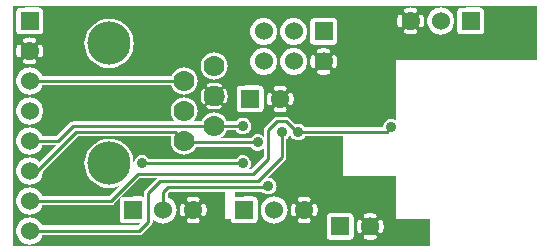
<source format=gbr>
G04 start of page 3 for group 1 idx 1 *
G04 Title: (unknown), solder *
G04 Creator: pcb 20110918 *
G04 CreationDate: Tue 27 Aug 2013 03:50:04 AM GMT UTC *
G04 For: ndholmes *
G04 Format: Gerber/RS-274X *
G04 PCB-Dimensions: 180000 82000 *
G04 PCB-Coordinate-Origin: lower left *
%MOIN*%
%FSLAX25Y25*%
%LNBOTTOM*%
%ADD35C,0.1280*%
%ADD34C,0.0380*%
%ADD33C,0.0300*%
%ADD32C,0.0200*%
%ADD31C,0.0360*%
%ADD30C,0.1440*%
%ADD29C,0.0600*%
%ADD28C,0.0700*%
%ADD27C,0.0100*%
%ADD26C,0.0001*%
G54D26*G36*
X123613Y10000D02*X140000D01*
Y1000D01*
X123613D01*
Y5353D01*
X123656Y5360D01*
X123768Y5397D01*
X123873Y5452D01*
X123968Y5522D01*
X124051Y5606D01*
X124119Y5702D01*
X124170Y5808D01*
X124318Y6216D01*
X124422Y6637D01*
X124484Y7067D01*
X124505Y7500D01*
X124484Y7933D01*
X124422Y8363D01*
X124318Y8784D01*
X124175Y9194D01*
X124122Y9300D01*
X124053Y9396D01*
X123970Y9481D01*
X123875Y9551D01*
X123769Y9606D01*
X123657Y9643D01*
X123613Y9651D01*
Y10000D01*
G37*
G36*
X120002D02*X123613D01*
Y9651D01*
X123540Y9663D01*
X123421Y9664D01*
X123304Y9646D01*
X123191Y9610D01*
X123085Y9557D01*
X122988Y9488D01*
X122904Y9405D01*
X122833Y9309D01*
X122779Y9204D01*
X122741Y9092D01*
X122722Y8975D01*
X122721Y8856D01*
X122739Y8739D01*
X122777Y8626D01*
X122876Y8355D01*
X122944Y8075D01*
X122986Y7789D01*
X123000Y7500D01*
X122986Y7211D01*
X122944Y6925D01*
X122876Y6645D01*
X122780Y6372D01*
X122742Y6261D01*
X122725Y6144D01*
X122725Y6026D01*
X122745Y5909D01*
X122782Y5797D01*
X122836Y5693D01*
X122906Y5598D01*
X122991Y5515D01*
X123087Y5446D01*
X123192Y5393D01*
X123305Y5357D01*
X123421Y5340D01*
X123539Y5341D01*
X123613Y5353D01*
Y1000D01*
X120002D01*
Y2995D01*
X120433Y3016D01*
X120863Y3078D01*
X121284Y3182D01*
X121694Y3325D01*
X121800Y3378D01*
X121896Y3447D01*
X121981Y3530D01*
X122051Y3625D01*
X122106Y3731D01*
X122143Y3843D01*
X122163Y3960D01*
X122164Y4079D01*
X122146Y4196D01*
X122110Y4309D01*
X122057Y4415D01*
X121988Y4512D01*
X121905Y4596D01*
X121809Y4667D01*
X121704Y4721D01*
X121592Y4759D01*
X121475Y4778D01*
X121356Y4779D01*
X121239Y4761D01*
X121126Y4723D01*
X120855Y4624D01*
X120575Y4556D01*
X120289Y4514D01*
X120002Y4500D01*
Y10000D01*
G37*
G36*
X116387D02*X120002D01*
Y4500D01*
X120000Y4500D01*
X119711Y4514D01*
X119425Y4556D01*
X119145Y4624D01*
X118872Y4720D01*
X118761Y4758D01*
X118644Y4775D01*
X118526Y4775D01*
X118409Y4755D01*
X118297Y4718D01*
X118193Y4664D01*
X118098Y4594D01*
X118015Y4509D01*
X117946Y4413D01*
X117893Y4308D01*
X117857Y4195D01*
X117840Y4079D01*
X117841Y3961D01*
X117860Y3844D01*
X117897Y3732D01*
X117952Y3627D01*
X118022Y3532D01*
X118106Y3449D01*
X118202Y3381D01*
X118308Y3330D01*
X118716Y3182D01*
X119137Y3078D01*
X119567Y3016D01*
X120000Y2995D01*
X120002Y2995D01*
Y1000D01*
X116387D01*
Y5349D01*
X116460Y5337D01*
X116579Y5336D01*
X116696Y5354D01*
X116809Y5390D01*
X116915Y5443D01*
X117012Y5512D01*
X117096Y5595D01*
X117167Y5691D01*
X117221Y5796D01*
X117259Y5908D01*
X117278Y6025D01*
X117279Y6144D01*
X117261Y6261D01*
X117223Y6374D01*
X117124Y6645D01*
X117056Y6925D01*
X117014Y7211D01*
X117000Y7500D01*
X117014Y7789D01*
X117056Y8075D01*
X117124Y8355D01*
X117220Y8628D01*
X117258Y8739D01*
X117275Y8856D01*
X117275Y8974D01*
X117255Y9091D01*
X117218Y9203D01*
X117164Y9307D01*
X117094Y9402D01*
X117009Y9485D01*
X116913Y9554D01*
X116808Y9607D01*
X116695Y9643D01*
X116579Y9660D01*
X116461Y9659D01*
X116387Y9647D01*
Y10000D01*
G37*
G36*
X1000Y1000D02*Y10000D01*
X4415D01*
X3847Y9652D01*
X3308Y9192D01*
X2848Y8653D01*
X2478Y8049D01*
X2207Y7395D01*
X2042Y6706D01*
X1986Y6000D01*
X2042Y5294D01*
X2207Y4605D01*
X2478Y3951D01*
X2848Y3347D01*
X3308Y2808D01*
X3847Y2348D01*
X4451Y1978D01*
X5105Y1707D01*
X5794Y1542D01*
X6500Y1486D01*
X7206Y1542D01*
X7895Y1707D01*
X8549Y1978D01*
X9153Y2348D01*
X9692Y2808D01*
X10152Y3347D01*
X10522Y3951D01*
X10749Y4500D01*
X27500D01*
X27500Y4500D01*
X42941D01*
X43000Y4495D01*
X43235Y4514D01*
X43235Y4514D01*
X43465Y4569D01*
X43683Y4659D01*
X43884Y4783D01*
X44064Y4936D01*
X44102Y4981D01*
X47019Y7898D01*
X47064Y7936D01*
X47217Y8115D01*
X47217Y8116D01*
X47341Y8317D01*
X47431Y8535D01*
X47486Y8765D01*
X47505Y9000D01*
X47500Y9059D01*
Y10000D01*
X47644D01*
X47808Y9808D01*
X48347Y9348D01*
X48951Y8978D01*
X49605Y8707D01*
X50294Y8542D01*
X51000Y8486D01*
X51706Y8542D01*
X52395Y8707D01*
X53049Y8978D01*
X53653Y9348D01*
X54192Y9808D01*
X54356Y10000D01*
X59008D01*
X58946Y9913D01*
X58893Y9808D01*
X58857Y9695D01*
X58840Y9579D01*
X58841Y9461D01*
X58860Y9344D01*
X58897Y9232D01*
X58952Y9127D01*
X59022Y9032D01*
X59106Y8949D01*
X59202Y8881D01*
X59308Y8830D01*
X59716Y8682D01*
X60137Y8578D01*
X60567Y8516D01*
X61000Y8495D01*
X61433Y8516D01*
X61863Y8578D01*
X62284Y8682D01*
X62694Y8825D01*
X62800Y8878D01*
X62896Y8947D01*
X62981Y9030D01*
X63051Y9125D01*
X63106Y9231D01*
X63143Y9343D01*
X63163Y9460D01*
X63164Y9579D01*
X63146Y9696D01*
X63110Y9809D01*
X63057Y9915D01*
X62996Y10000D01*
X73513D01*
X73514Y9765D01*
X73569Y9535D01*
X73659Y9317D01*
X73783Y9116D01*
X73936Y8936D01*
X74116Y8783D01*
X74317Y8659D01*
X74535Y8569D01*
X74765Y8514D01*
X75000Y8500D01*
X81235Y8514D01*
X81465Y8569D01*
X81683Y8659D01*
X81884Y8783D01*
X82064Y8936D01*
X82217Y9116D01*
X82341Y9317D01*
X82431Y9535D01*
X82486Y9765D01*
X82500Y10000D01*
X84644D01*
X84808Y9808D01*
X85347Y9348D01*
X85951Y8978D01*
X86605Y8707D01*
X87294Y8542D01*
X88000Y8486D01*
X88706Y8542D01*
X89395Y8707D01*
X90049Y8978D01*
X90653Y9348D01*
X91192Y9808D01*
X91356Y10000D01*
X96008D01*
X95946Y9913D01*
X95893Y9808D01*
X95857Y9695D01*
X95840Y9579D01*
X95841Y9461D01*
X95860Y9344D01*
X95897Y9232D01*
X95952Y9127D01*
X96022Y9032D01*
X96106Y8949D01*
X96202Y8881D01*
X96308Y8830D01*
X96716Y8682D01*
X97137Y8578D01*
X97567Y8516D01*
X98000Y8495D01*
X98433Y8516D01*
X98863Y8578D01*
X99284Y8682D01*
X99694Y8825D01*
X99800Y8878D01*
X99896Y8947D01*
X99981Y9030D01*
X100051Y9125D01*
X100106Y9231D01*
X100143Y9343D01*
X100163Y9460D01*
X100164Y9579D01*
X100146Y9696D01*
X100110Y9809D01*
X100057Y9915D01*
X99996Y10000D01*
X105501D01*
X105514Y4265D01*
X105569Y4035D01*
X105659Y3817D01*
X105783Y3616D01*
X105936Y3436D01*
X106116Y3283D01*
X106317Y3159D01*
X106535Y3069D01*
X106765Y3014D01*
X107000Y3000D01*
X113235Y3014D01*
X113465Y3069D01*
X113683Y3159D01*
X113884Y3283D01*
X114064Y3436D01*
X114217Y3616D01*
X114341Y3817D01*
X114431Y4035D01*
X114486Y4265D01*
X114500Y4500D01*
X114488Y10000D01*
X116387D01*
Y9647D01*
X116344Y9640D01*
X116232Y9603D01*
X116127Y9548D01*
X116032Y9478D01*
X115949Y9394D01*
X115881Y9298D01*
X115830Y9192D01*
X115682Y8784D01*
X115578Y8363D01*
X115516Y7933D01*
X115495Y7500D01*
X115516Y7067D01*
X115578Y6637D01*
X115682Y6216D01*
X115825Y5806D01*
X115878Y5700D01*
X115947Y5604D01*
X116030Y5519D01*
X116125Y5449D01*
X116231Y5394D01*
X116343Y5357D01*
X116387Y5349D01*
Y1000D01*
X1000D01*
G37*
G36*
X32243Y14500D02*X33441D01*
X33500Y14495D01*
X33735Y14514D01*
X33735Y14514D01*
X33965Y14569D01*
X34183Y14659D01*
X34384Y14783D01*
X34564Y14936D01*
X34602Y14981D01*
X43121Y23500D01*
X48879D01*
X44981Y19602D01*
X44936Y19564D01*
X44783Y19384D01*
X44659Y19183D01*
X44569Y18965D01*
X44514Y18735D01*
X44514Y18735D01*
X44495Y18500D01*
X44500Y18441D01*
Y17416D01*
X44465Y17431D01*
X44235Y17486D01*
X44000Y17500D01*
X37765Y17486D01*
X37535Y17431D01*
X37317Y17341D01*
X37116Y17217D01*
X36936Y17064D01*
X36783Y16884D01*
X36659Y16683D01*
X36569Y16465D01*
X36514Y16235D01*
X36500Y16000D01*
X36514Y9765D01*
X36569Y9535D01*
X36659Y9317D01*
X36783Y9116D01*
X36936Y8936D01*
X37116Y8783D01*
X37317Y8659D01*
X37535Y8569D01*
X37765Y8514D01*
X38000Y8500D01*
X43391Y8512D01*
X42879Y8000D01*
X32243D01*
Y14500D01*
G37*
G36*
Y20334D02*X33000Y20275D01*
X34287Y20376D01*
X35542Y20677D01*
X36420Y21041D01*
X32879Y17500D01*
X32243D01*
Y20334D01*
G37*
G36*
Y37500D02*X53751D01*
X53707Y37395D01*
X53542Y36706D01*
X53486Y36000D01*
X53542Y35294D01*
X53707Y34605D01*
X53978Y33951D01*
X54348Y33347D01*
X54808Y32808D01*
X55347Y32348D01*
X55951Y31978D01*
X56605Y31707D01*
X57294Y31542D01*
X58000Y31486D01*
X58706Y31542D01*
X59395Y31707D01*
X60049Y31978D01*
X60653Y32348D01*
X61192Y32808D01*
X61652Y33347D01*
X62022Y33951D01*
X62042Y34000D01*
X80135D01*
X80228Y33849D01*
X80514Y33514D01*
X80849Y33228D01*
X81225Y32997D01*
X81632Y32829D01*
X82061Y32726D01*
X82500Y32691D01*
X82939Y32726D01*
X83368Y32829D01*
X83775Y32997D01*
X84151Y33228D01*
X84486Y33514D01*
X84500Y33530D01*
Y30621D01*
X80379Y26500D01*
X79470D01*
X79486Y26514D01*
X79772Y26849D01*
X80003Y27225D01*
X80171Y27632D01*
X80274Y28061D01*
X80300Y28500D01*
X80274Y28939D01*
X80171Y29368D01*
X80003Y29775D01*
X79772Y30151D01*
X79486Y30486D01*
X79151Y30772D01*
X78775Y31003D01*
X78368Y31171D01*
X77939Y31274D01*
X77500Y31309D01*
X77061Y31274D01*
X76632Y31171D01*
X76225Y31003D01*
X75849Y30772D01*
X75514Y30486D01*
X75228Y30151D01*
X75135Y30000D01*
X46365D01*
X46272Y30151D01*
X45986Y30486D01*
X45651Y30772D01*
X45275Y31003D01*
X44868Y31171D01*
X44439Y31274D01*
X44000Y31309D01*
X43561Y31274D01*
X43132Y31171D01*
X42725Y31003D01*
X42349Y30772D01*
X42014Y30486D01*
X41728Y30151D01*
X41497Y29775D01*
X41329Y29368D01*
X41226Y28939D01*
X41196Y28563D01*
X41124Y29787D01*
X40823Y31042D01*
X40329Y32234D01*
X39654Y33335D01*
X38816Y34316D01*
X37835Y35154D01*
X36734Y35829D01*
X35542Y36323D01*
X34287Y36624D01*
X33000Y36725D01*
X32243Y36666D01*
Y37500D01*
G37*
G36*
X108113Y81000D02*X118000D01*
Y40500D01*
X108113D01*
Y60353D01*
X108156Y60360D01*
X108268Y60397D01*
X108373Y60452D01*
X108468Y60522D01*
X108551Y60606D01*
X108619Y60702D01*
X108670Y60808D01*
X108818Y61216D01*
X108922Y61637D01*
X108984Y62067D01*
X109005Y62500D01*
X108984Y62933D01*
X108922Y63363D01*
X108818Y63784D01*
X108675Y64194D01*
X108622Y64300D01*
X108553Y64396D01*
X108470Y64481D01*
X108375Y64551D01*
X108269Y64606D01*
X108157Y64643D01*
X108113Y64651D01*
Y68130D01*
X108183Y68159D01*
X108384Y68283D01*
X108564Y68436D01*
X108717Y68616D01*
X108841Y68817D01*
X108931Y69035D01*
X108986Y69265D01*
X109000Y69500D01*
X108986Y75735D01*
X108931Y75965D01*
X108841Y76183D01*
X108717Y76384D01*
X108564Y76564D01*
X108384Y76717D01*
X108183Y76841D01*
X108113Y76870D01*
Y81000D01*
G37*
G36*
Y40500D02*X104500D01*
Y57995D01*
X104933Y58016D01*
X105363Y58078D01*
X105784Y58182D01*
X106194Y58325D01*
X106300Y58378D01*
X106396Y58447D01*
X106481Y58530D01*
X106551Y58625D01*
X106606Y58731D01*
X106643Y58843D01*
X106663Y58960D01*
X106664Y59079D01*
X106646Y59196D01*
X106610Y59309D01*
X106557Y59415D01*
X106488Y59512D01*
X106405Y59596D01*
X106309Y59667D01*
X106204Y59721D01*
X106092Y59759D01*
X105975Y59778D01*
X105856Y59779D01*
X105739Y59761D01*
X105626Y59723D01*
X105355Y59624D01*
X105075Y59556D01*
X104789Y59514D01*
X104500Y59500D01*
Y65500D01*
X104789Y65486D01*
X105075Y65444D01*
X105355Y65376D01*
X105628Y65280D01*
X105739Y65242D01*
X105856Y65225D01*
X105974Y65225D01*
X106091Y65245D01*
X106203Y65282D01*
X106307Y65336D01*
X106402Y65406D01*
X106485Y65491D01*
X106554Y65587D01*
X106607Y65692D01*
X106643Y65805D01*
X106660Y65921D01*
X106659Y66039D01*
X106640Y66156D01*
X106603Y66268D01*
X106548Y66373D01*
X106478Y66468D01*
X106394Y66551D01*
X106298Y66619D01*
X106192Y66670D01*
X105784Y66818D01*
X105363Y66922D01*
X104933Y66984D01*
X104500Y67005D01*
Y68007D01*
X107735Y68014D01*
X107965Y68069D01*
X108113Y68130D01*
Y64651D01*
X108040Y64663D01*
X107921Y64664D01*
X107804Y64646D01*
X107691Y64610D01*
X107585Y64557D01*
X107488Y64488D01*
X107404Y64405D01*
X107333Y64309D01*
X107279Y64204D01*
X107241Y64092D01*
X107222Y63975D01*
X107221Y63856D01*
X107239Y63739D01*
X107277Y63626D01*
X107376Y63355D01*
X107444Y63075D01*
X107486Y62789D01*
X107500Y62500D01*
X107486Y62211D01*
X107444Y61925D01*
X107376Y61645D01*
X107280Y61372D01*
X107242Y61261D01*
X107225Y61144D01*
X107225Y61026D01*
X107245Y60909D01*
X107282Y60797D01*
X107336Y60693D01*
X107406Y60598D01*
X107491Y60515D01*
X107587Y60446D01*
X107692Y60393D01*
X107805Y60357D01*
X107921Y60340D01*
X108039Y60341D01*
X108113Y60353D01*
Y40500D01*
G37*
G36*
X104500Y81000D02*X108113D01*
Y76870D01*
X107965Y76931D01*
X107735Y76986D01*
X107500Y77000D01*
X104500Y76993D01*
Y81000D01*
G37*
G36*
X100887Y68130D02*X101035Y68069D01*
X101265Y68014D01*
X101500Y68000D01*
X104500Y68007D01*
Y67005D01*
X104067Y66984D01*
X103637Y66922D01*
X103216Y66818D01*
X102806Y66675D01*
X102700Y66622D01*
X102604Y66553D01*
X102519Y66470D01*
X102449Y66375D01*
X102394Y66269D01*
X102357Y66157D01*
X102337Y66040D01*
X102336Y65921D01*
X102354Y65804D01*
X102390Y65691D01*
X102443Y65585D01*
X102512Y65488D01*
X102595Y65404D01*
X102691Y65333D01*
X102796Y65279D01*
X102908Y65241D01*
X103025Y65222D01*
X103144Y65221D01*
X103261Y65239D01*
X103374Y65277D01*
X103645Y65376D01*
X103925Y65444D01*
X104211Y65486D01*
X104500Y65500D01*
Y59500D01*
X104211Y59514D01*
X103925Y59556D01*
X103645Y59624D01*
X103372Y59720D01*
X103261Y59758D01*
X103144Y59775D01*
X103026Y59775D01*
X102909Y59755D01*
X102797Y59718D01*
X102693Y59664D01*
X102598Y59594D01*
X102515Y59509D01*
X102446Y59413D01*
X102393Y59308D01*
X102357Y59195D01*
X102340Y59079D01*
X102341Y58961D01*
X102360Y58844D01*
X102397Y58732D01*
X102452Y58627D01*
X102522Y58532D01*
X102606Y58449D01*
X102702Y58381D01*
X102808Y58330D01*
X103216Y58182D01*
X103637Y58078D01*
X104067Y58016D01*
X104500Y57995D01*
Y40500D01*
X100887D01*
Y60349D01*
X100960Y60337D01*
X101079Y60336D01*
X101196Y60354D01*
X101309Y60390D01*
X101415Y60443D01*
X101512Y60512D01*
X101596Y60595D01*
X101667Y60691D01*
X101721Y60796D01*
X101759Y60908D01*
X101778Y61025D01*
X101779Y61144D01*
X101761Y61261D01*
X101723Y61374D01*
X101624Y61645D01*
X101556Y61925D01*
X101514Y62211D01*
X101500Y62500D01*
X101514Y62789D01*
X101556Y63075D01*
X101624Y63355D01*
X101720Y63628D01*
X101758Y63739D01*
X101775Y63856D01*
X101775Y63974D01*
X101755Y64091D01*
X101718Y64203D01*
X101664Y64307D01*
X101594Y64402D01*
X101509Y64485D01*
X101413Y64554D01*
X101308Y64607D01*
X101195Y64643D01*
X101079Y64660D01*
X100961Y64659D01*
X100887Y64647D01*
Y68130D01*
G37*
G36*
Y81000D02*X104500D01*
Y76993D01*
X101265Y76986D01*
X101035Y76931D01*
X100887Y76870D01*
Y81000D01*
G37*
G36*
X93613D02*X100887D01*
Y76870D01*
X100817Y76841D01*
X100616Y76717D01*
X100436Y76564D01*
X100283Y76384D01*
X100159Y76183D01*
X100069Y75965D01*
X100014Y75735D01*
X100000Y75500D01*
X100014Y69265D01*
X100069Y69035D01*
X100159Y68817D01*
X100283Y68616D01*
X100436Y68436D01*
X100616Y68283D01*
X100817Y68159D01*
X100887Y68130D01*
Y64647D01*
X100844Y64640D01*
X100732Y64603D01*
X100627Y64548D01*
X100532Y64478D01*
X100449Y64394D01*
X100381Y64298D01*
X100330Y64192D01*
X100182Y63784D01*
X100078Y63363D01*
X100016Y62933D01*
X99995Y62500D01*
X100016Y62067D01*
X100078Y61637D01*
X100182Y61216D01*
X100325Y60806D01*
X100378Y60700D01*
X100447Y60604D01*
X100530Y60519D01*
X100625Y60449D01*
X100731Y60394D01*
X100843Y60357D01*
X100887Y60349D01*
Y40500D01*
X98365D01*
X98272Y40651D01*
X97986Y40986D01*
X97651Y41272D01*
X97275Y41503D01*
X96868Y41671D01*
X96439Y41774D01*
X96000Y41809D01*
X95561Y41774D01*
X95132Y41671D01*
X95003Y41618D01*
X93613Y43008D01*
Y47853D01*
X93656Y47860D01*
X93768Y47897D01*
X93873Y47952D01*
X93968Y48022D01*
X94051Y48106D01*
X94119Y48202D01*
X94170Y48308D01*
X94318Y48716D01*
X94422Y49137D01*
X94484Y49567D01*
X94505Y50000D01*
X94484Y50433D01*
X94422Y50863D01*
X94318Y51284D01*
X94175Y51694D01*
X94122Y51800D01*
X94053Y51896D01*
X93970Y51981D01*
X93875Y52051D01*
X93769Y52106D01*
X93657Y52143D01*
X93613Y52151D01*
Y58085D01*
X93794Y58042D01*
X94500Y57986D01*
X95206Y58042D01*
X95895Y58207D01*
X96549Y58478D01*
X97153Y58848D01*
X97692Y59308D01*
X98152Y59847D01*
X98522Y60451D01*
X98793Y61105D01*
X98958Y61794D01*
X99000Y62500D01*
X98958Y63206D01*
X98793Y63895D01*
X98522Y64549D01*
X98152Y65153D01*
X97692Y65692D01*
X97153Y66152D01*
X96549Y66522D01*
X95895Y66793D01*
X95206Y66958D01*
X94500Y67014D01*
X93794Y66958D01*
X93613Y66915D01*
Y68085D01*
X93794Y68042D01*
X94500Y67986D01*
X95206Y68042D01*
X95895Y68207D01*
X96549Y68478D01*
X97153Y68848D01*
X97692Y69308D01*
X98152Y69847D01*
X98522Y70451D01*
X98793Y71105D01*
X98958Y71794D01*
X99000Y72500D01*
X98958Y73206D01*
X98793Y73895D01*
X98522Y74549D01*
X98152Y75153D01*
X97692Y75692D01*
X97153Y76152D01*
X96549Y76522D01*
X95895Y76793D01*
X95206Y76958D01*
X94500Y77014D01*
X93794Y76958D01*
X93613Y76915D01*
Y81000D01*
G37*
G36*
Y66915D02*X93105Y66793D01*
X92451Y66522D01*
X91847Y66152D01*
X91308Y65692D01*
X90848Y65153D01*
X90478Y64549D01*
X90207Y63895D01*
X90042Y63206D01*
X90002Y62699D01*
Y72301D01*
X90042Y71794D01*
X90207Y71105D01*
X90478Y70451D01*
X90848Y69847D01*
X91308Y69308D01*
X91847Y68848D01*
X92451Y68478D01*
X93105Y68207D01*
X93613Y68085D01*
Y66915D01*
G37*
G36*
Y43008D02*X93102Y43519D01*
X93064Y43564D01*
X92884Y43717D01*
X92683Y43841D01*
X92465Y43931D01*
X92235Y43986D01*
X92235Y43986D01*
X92000Y44005D01*
X91941Y44000D01*
X90002D01*
Y45495D01*
X90433Y45516D01*
X90863Y45578D01*
X91284Y45682D01*
X91694Y45825D01*
X91800Y45878D01*
X91896Y45947D01*
X91981Y46030D01*
X92051Y46125D01*
X92106Y46231D01*
X92143Y46343D01*
X92163Y46460D01*
X92164Y46579D01*
X92146Y46696D01*
X92110Y46809D01*
X92057Y46915D01*
X91988Y47012D01*
X91905Y47096D01*
X91809Y47167D01*
X91704Y47221D01*
X91592Y47259D01*
X91475Y47278D01*
X91356Y47279D01*
X91239Y47261D01*
X91126Y47223D01*
X90855Y47124D01*
X90575Y47056D01*
X90289Y47014D01*
X90002Y47000D01*
Y53000D01*
X90289Y52986D01*
X90575Y52944D01*
X90855Y52876D01*
X91128Y52780D01*
X91239Y52742D01*
X91356Y52725D01*
X91474Y52725D01*
X91591Y52745D01*
X91703Y52782D01*
X91807Y52836D01*
X91902Y52906D01*
X91985Y52991D01*
X92054Y53087D01*
X92107Y53192D01*
X92143Y53305D01*
X92160Y53421D01*
X92159Y53539D01*
X92140Y53656D01*
X92103Y53768D01*
X92048Y53873D01*
X91978Y53968D01*
X91894Y54051D01*
X91798Y54119D01*
X91692Y54170D01*
X91284Y54318D01*
X90863Y54422D01*
X90433Y54484D01*
X90002Y54505D01*
Y62301D01*
X90042Y61794D01*
X90207Y61105D01*
X90478Y60451D01*
X90848Y59847D01*
X91308Y59308D01*
X91847Y58848D01*
X92451Y58478D01*
X93105Y58207D01*
X93613Y58085D01*
Y52151D01*
X93540Y52163D01*
X93421Y52164D01*
X93304Y52146D01*
X93191Y52110D01*
X93085Y52057D01*
X92988Y51988D01*
X92904Y51905D01*
X92833Y51809D01*
X92779Y51704D01*
X92741Y51592D01*
X92722Y51475D01*
X92721Y51356D01*
X92739Y51239D01*
X92777Y51126D01*
X92876Y50855D01*
X92944Y50575D01*
X92986Y50289D01*
X93000Y50000D01*
X92986Y49711D01*
X92944Y49425D01*
X92876Y49145D01*
X92780Y48872D01*
X92742Y48761D01*
X92725Y48644D01*
X92725Y48526D01*
X92745Y48409D01*
X92782Y48297D01*
X92836Y48193D01*
X92906Y48098D01*
X92991Y48015D01*
X93087Y47946D01*
X93192Y47893D01*
X93305Y47857D01*
X93421Y47840D01*
X93539Y47841D01*
X93613Y47853D01*
Y43008D01*
G37*
G36*
X90002Y81000D02*X93613D01*
Y76915D01*
X93105Y76793D01*
X92451Y76522D01*
X91847Y76152D01*
X91308Y75692D01*
X90848Y75153D01*
X90478Y74549D01*
X90207Y73895D01*
X90042Y73206D01*
X90002Y72699D01*
Y81000D01*
G37*
G36*
X86387Y58411D02*X86549Y58478D01*
X87153Y58848D01*
X87692Y59308D01*
X88152Y59847D01*
X88522Y60451D01*
X88793Y61105D01*
X88958Y61794D01*
X89000Y62500D01*
X88958Y63206D01*
X88793Y63895D01*
X88522Y64549D01*
X88152Y65153D01*
X87692Y65692D01*
X87153Y66152D01*
X86549Y66522D01*
X86387Y66589D01*
Y68411D01*
X86549Y68478D01*
X87153Y68848D01*
X87692Y69308D01*
X88152Y69847D01*
X88522Y70451D01*
X88793Y71105D01*
X88958Y71794D01*
X89000Y72500D01*
X88958Y73206D01*
X88793Y73895D01*
X88522Y74549D01*
X88152Y75153D01*
X87692Y75692D01*
X87153Y76152D01*
X86549Y76522D01*
X86387Y76589D01*
Y81000D01*
X90002D01*
Y72699D01*
X89986Y72500D01*
X90002Y72301D01*
Y62699D01*
X89986Y62500D01*
X90002Y62301D01*
Y54505D01*
X90000Y54505D01*
X89567Y54484D01*
X89137Y54422D01*
X88716Y54318D01*
X88306Y54175D01*
X88200Y54122D01*
X88104Y54053D01*
X88019Y53970D01*
X87949Y53875D01*
X87894Y53769D01*
X87857Y53657D01*
X87837Y53540D01*
X87836Y53421D01*
X87854Y53304D01*
X87890Y53191D01*
X87943Y53085D01*
X88012Y52988D01*
X88095Y52904D01*
X88191Y52833D01*
X88296Y52779D01*
X88408Y52741D01*
X88525Y52722D01*
X88644Y52721D01*
X88761Y52739D01*
X88874Y52777D01*
X89145Y52876D01*
X89425Y52944D01*
X89711Y52986D01*
X90000Y53000D01*
X90002Y53000D01*
Y47000D01*
X90000Y47000D01*
X89711Y47014D01*
X89425Y47056D01*
X89145Y47124D01*
X88872Y47220D01*
X88761Y47258D01*
X88644Y47275D01*
X88526Y47275D01*
X88409Y47255D01*
X88297Y47218D01*
X88193Y47164D01*
X88098Y47094D01*
X88015Y47009D01*
X87946Y46913D01*
X87893Y46808D01*
X87857Y46695D01*
X87840Y46579D01*
X87841Y46461D01*
X87860Y46344D01*
X87897Y46232D01*
X87952Y46127D01*
X88022Y46032D01*
X88106Y45949D01*
X88202Y45881D01*
X88308Y45830D01*
X88716Y45682D01*
X89137Y45578D01*
X89567Y45516D01*
X90000Y45495D01*
X90002Y45495D01*
Y44000D01*
X89059D01*
X89000Y44005D01*
X88765Y43986D01*
X88535Y43931D01*
X88317Y43841D01*
X88116Y43717D01*
X88115Y43717D01*
X87936Y43564D01*
X87898Y43519D01*
X86387Y42008D01*
Y47849D01*
X86460Y47837D01*
X86579Y47836D01*
X86696Y47854D01*
X86809Y47890D01*
X86915Y47943D01*
X87012Y48012D01*
X87096Y48095D01*
X87167Y48191D01*
X87221Y48296D01*
X87259Y48408D01*
X87278Y48525D01*
X87279Y48644D01*
X87261Y48761D01*
X87223Y48874D01*
X87124Y49145D01*
X87056Y49425D01*
X87014Y49711D01*
X87000Y50000D01*
X87014Y50289D01*
X87056Y50575D01*
X87124Y50855D01*
X87220Y51128D01*
X87258Y51239D01*
X87275Y51356D01*
X87275Y51474D01*
X87255Y51591D01*
X87218Y51703D01*
X87164Y51807D01*
X87094Y51902D01*
X87009Y51985D01*
X86913Y52054D01*
X86808Y52107D01*
X86695Y52143D01*
X86579Y52160D01*
X86461Y52159D01*
X86387Y52147D01*
Y58411D01*
G37*
G36*
Y76589D02*X85895Y76793D01*
X85206Y76958D01*
X84500Y77014D01*
X83794Y76958D01*
X83105Y76793D01*
X82451Y76522D01*
X81847Y76152D01*
X81308Y75692D01*
X80848Y75153D01*
X80478Y74549D01*
X80207Y73895D01*
X80042Y73206D01*
X80000Y72676D01*
Y81000D01*
X86387D01*
Y76589D01*
G37*
G36*
Y66589D02*X85895Y66793D01*
X85206Y66958D01*
X84500Y67014D01*
X83794Y66958D01*
X83105Y66793D01*
X82451Y66522D01*
X81847Y66152D01*
X81308Y65692D01*
X80848Y65153D01*
X80478Y64549D01*
X80207Y63895D01*
X80042Y63206D01*
X80000Y62676D01*
Y72324D01*
X80042Y71794D01*
X80207Y71105D01*
X80478Y70451D01*
X80848Y69847D01*
X81308Y69308D01*
X81847Y68848D01*
X82451Y68478D01*
X83105Y68207D01*
X83794Y68042D01*
X84500Y67986D01*
X85206Y68042D01*
X85895Y68207D01*
X86387Y68411D01*
Y66589D01*
G37*
G36*
X80135Y37000D02*X80000D01*
Y39721D01*
X80003Y39725D01*
X80171Y40132D01*
X80274Y40561D01*
X80300Y41000D01*
X80274Y41439D01*
X80171Y41868D01*
X80003Y42275D01*
X80000Y42279D01*
Y45507D01*
X83235Y45514D01*
X83465Y45569D01*
X83683Y45659D01*
X83884Y45783D01*
X84064Y45936D01*
X84217Y46116D01*
X84341Y46317D01*
X84431Y46535D01*
X84486Y46765D01*
X84500Y47000D01*
X84486Y53235D01*
X84431Y53465D01*
X84341Y53683D01*
X84217Y53884D01*
X84064Y54064D01*
X83884Y54217D01*
X83683Y54341D01*
X83465Y54431D01*
X83235Y54486D01*
X83000Y54500D01*
X80000Y54493D01*
Y62324D01*
X80042Y61794D01*
X80207Y61105D01*
X80478Y60451D01*
X80848Y59847D01*
X81308Y59308D01*
X81847Y58848D01*
X82451Y58478D01*
X83105Y58207D01*
X83794Y58042D01*
X84500Y57986D01*
X85206Y58042D01*
X85895Y58207D01*
X86387Y58411D01*
Y52147D01*
X86344Y52140D01*
X86232Y52103D01*
X86127Y52048D01*
X86032Y51978D01*
X85949Y51894D01*
X85881Y51798D01*
X85830Y51692D01*
X85682Y51284D01*
X85578Y50863D01*
X85516Y50433D01*
X85495Y50000D01*
X85516Y49567D01*
X85578Y49137D01*
X85682Y48716D01*
X85825Y48306D01*
X85878Y48200D01*
X85947Y48104D01*
X86030Y48019D01*
X86125Y47949D01*
X86231Y47894D01*
X86343Y47857D01*
X86387Y47849D01*
Y42008D01*
X84981Y40602D01*
X84936Y40564D01*
X84783Y40384D01*
X84659Y40183D01*
X84569Y39965D01*
X84514Y39735D01*
X84514Y39735D01*
X84495Y39500D01*
X84500Y39441D01*
Y37470D01*
X84486Y37486D01*
X84151Y37772D01*
X83775Y38003D01*
X83368Y38171D01*
X82939Y38274D01*
X82500Y38309D01*
X82061Y38274D01*
X81632Y38171D01*
X81225Y38003D01*
X80849Y37772D01*
X80514Y37486D01*
X80228Y37151D01*
X80135Y37000D01*
G37*
G36*
X80000Y42279D02*X79772Y42651D01*
X79486Y42986D01*
X79151Y43272D01*
X78775Y43503D01*
X78368Y43671D01*
X77939Y43774D01*
X77500Y43809D01*
X77061Y43774D01*
X76632Y43671D01*
X76225Y43503D01*
X75849Y43272D01*
X75514Y42986D01*
X75228Y42651D01*
X75135Y42500D01*
X72249D01*
X72022Y43049D01*
X71720Y43541D01*
Y48544D01*
X71771Y48583D01*
X71826Y48639D01*
X71870Y48704D01*
X72064Y49056D01*
X72221Y49426D01*
X72344Y49809D01*
X72433Y50200D01*
X72487Y50599D01*
X72504Y51000D01*
X72487Y51401D01*
X72433Y51800D01*
X72344Y52191D01*
X72221Y52574D01*
X72064Y52944D01*
X71874Y53298D01*
X71829Y53363D01*
X71774Y53420D01*
X71720Y53460D01*
Y58459D01*
X72022Y58951D01*
X72293Y59605D01*
X72458Y60294D01*
X72500Y61000D01*
X72458Y61706D01*
X72293Y62395D01*
X72022Y63049D01*
X71720Y63541D01*
Y81000D01*
X80000D01*
Y72676D01*
X79986Y72500D01*
X80000Y72324D01*
Y62676D01*
X79986Y62500D01*
X80000Y62324D01*
Y54493D01*
X76765Y54486D01*
X76535Y54431D01*
X76317Y54341D01*
X76116Y54217D01*
X75936Y54064D01*
X75783Y53884D01*
X75659Y53683D01*
X75569Y53465D01*
X75514Y53235D01*
X75500Y53000D01*
X75514Y46765D01*
X75569Y46535D01*
X75659Y46317D01*
X75783Y46116D01*
X75936Y45936D01*
X76116Y45783D01*
X76317Y45659D01*
X76535Y45569D01*
X76765Y45514D01*
X77000Y45500D01*
X80000Y45507D01*
Y42279D01*
G37*
G36*
Y37000D02*X71720D01*
Y38459D01*
X72022Y38951D01*
X72249Y39500D01*
X75135D01*
X75228Y39349D01*
X75514Y39014D01*
X75849Y38728D01*
X76225Y38497D01*
X76632Y38329D01*
X77061Y38226D01*
X77500Y38191D01*
X77939Y38226D01*
X78368Y38329D01*
X78775Y38497D01*
X79151Y38728D01*
X79486Y39014D01*
X79772Y39349D01*
X80000Y39721D01*
Y37000D01*
G37*
G36*
X71720Y63541D02*X71652Y63653D01*
X71192Y64192D01*
X70653Y64652D01*
X70049Y65022D01*
X69395Y65293D01*
X68706Y65458D01*
X68000Y65514D01*
X67993Y65513D01*
Y81000D01*
X71720D01*
Y63541D01*
G37*
G36*
Y43541D02*X71652Y43653D01*
X71192Y44192D01*
X70653Y44652D01*
X70049Y45022D01*
X69395Y45293D01*
X68706Y45458D01*
X68000Y45514D01*
X67993Y45513D01*
Y46496D01*
X68000Y46496D01*
X68401Y46513D01*
X68800Y46567D01*
X69191Y46656D01*
X69574Y46779D01*
X69944Y46936D01*
X70298Y47126D01*
X70363Y47171D01*
X70420Y47226D01*
X70468Y47290D01*
X70504Y47360D01*
X70530Y47435D01*
X70544Y47513D01*
X70545Y47592D01*
X70533Y47671D01*
X70510Y47746D01*
X70475Y47817D01*
X70429Y47882D01*
X70374Y47939D01*
X70311Y47987D01*
X70241Y48024D01*
X70166Y48049D01*
X70088Y48063D01*
X70008Y48064D01*
X69930Y48052D01*
X69854Y48029D01*
X69784Y47993D01*
X69510Y47843D01*
X69223Y47721D01*
X68926Y47625D01*
X68621Y47556D01*
X68312Y47514D01*
X68000Y47500D01*
X67993Y47500D01*
Y54500D01*
X68000Y54500D01*
X68312Y54486D01*
X68621Y54444D01*
X68926Y54375D01*
X69223Y54279D01*
X69510Y54157D01*
X69786Y54010D01*
X69855Y53974D01*
X69931Y53951D01*
X70009Y53940D01*
X70087Y53941D01*
X70165Y53954D01*
X70239Y53980D01*
X70309Y54016D01*
X70372Y54064D01*
X70427Y54120D01*
X70472Y54184D01*
X70507Y54255D01*
X70530Y54330D01*
X70541Y54408D01*
X70540Y54487D01*
X70527Y54564D01*
X70501Y54639D01*
X70465Y54708D01*
X70417Y54771D01*
X70361Y54826D01*
X70296Y54870D01*
X69944Y55064D01*
X69574Y55221D01*
X69191Y55344D01*
X68800Y55433D01*
X68401Y55487D01*
X68000Y55504D01*
X67993Y55504D01*
Y56487D01*
X68000Y56486D01*
X68706Y56542D01*
X69395Y56707D01*
X70049Y56978D01*
X70653Y57348D01*
X71192Y57808D01*
X71652Y58347D01*
X71720Y58459D01*
Y53460D01*
X71710Y53468D01*
X71640Y53504D01*
X71565Y53530D01*
X71487Y53544D01*
X71408Y53545D01*
X71329Y53533D01*
X71254Y53510D01*
X71183Y53475D01*
X71118Y53429D01*
X71061Y53374D01*
X71013Y53311D01*
X70976Y53241D01*
X70951Y53166D01*
X70937Y53088D01*
X70936Y53008D01*
X70948Y52930D01*
X70971Y52854D01*
X71007Y52784D01*
X71157Y52510D01*
X71279Y52223D01*
X71375Y51926D01*
X71444Y51621D01*
X71486Y51312D01*
X71500Y51000D01*
X71486Y50688D01*
X71444Y50379D01*
X71375Y50074D01*
X71279Y49777D01*
X71157Y49490D01*
X71010Y49214D01*
X70974Y49145D01*
X70951Y49069D01*
X70940Y48991D01*
X70941Y48913D01*
X70954Y48835D01*
X70980Y48761D01*
X71016Y48691D01*
X71064Y48628D01*
X71120Y48573D01*
X71184Y48528D01*
X71255Y48493D01*
X71330Y48470D01*
X71408Y48459D01*
X71487Y48460D01*
X71564Y48473D01*
X71639Y48499D01*
X71708Y48535D01*
X71720Y48544D01*
Y43541D01*
G37*
G36*
Y37000D02*X70085D01*
X70653Y37348D01*
X71192Y37808D01*
X71652Y38347D01*
X71720Y38459D01*
Y37000D01*
G37*
G36*
X64280Y81000D02*X67993D01*
Y65513D01*
X67294Y65458D01*
X66605Y65293D01*
X65951Y65022D01*
X65347Y64652D01*
X64808Y64192D01*
X64348Y63653D01*
X64280Y63541D01*
Y81000D01*
G37*
G36*
X67993Y45513D02*X67294Y45458D01*
X66605Y45293D01*
X65951Y45022D01*
X65347Y44652D01*
X64808Y44192D01*
X64348Y43653D01*
X64280Y43541D01*
Y48540D01*
X64290Y48532D01*
X64360Y48496D01*
X64435Y48470D01*
X64513Y48456D01*
X64592Y48455D01*
X64671Y48467D01*
X64746Y48490D01*
X64817Y48525D01*
X64882Y48571D01*
X64939Y48626D01*
X64987Y48689D01*
X65024Y48759D01*
X65049Y48834D01*
X65063Y48912D01*
X65064Y48992D01*
X65052Y49070D01*
X65029Y49146D01*
X64993Y49216D01*
X64843Y49490D01*
X64721Y49777D01*
X64625Y50074D01*
X64556Y50379D01*
X64514Y50688D01*
X64500Y51000D01*
X64514Y51312D01*
X64556Y51621D01*
X64625Y51926D01*
X64721Y52223D01*
X64843Y52510D01*
X64990Y52786D01*
X65026Y52855D01*
X65049Y52931D01*
X65060Y53009D01*
X65059Y53087D01*
X65046Y53165D01*
X65020Y53239D01*
X64984Y53309D01*
X64936Y53372D01*
X64880Y53427D01*
X64816Y53472D01*
X64745Y53507D01*
X64670Y53530D01*
X64592Y53541D01*
X64513Y53540D01*
X64436Y53527D01*
X64361Y53501D01*
X64292Y53465D01*
X64280Y53456D01*
Y58459D01*
X64348Y58347D01*
X64808Y57808D01*
X65347Y57348D01*
X65951Y56978D01*
X66605Y56707D01*
X67294Y56542D01*
X67993Y56487D01*
Y55504D01*
X67599Y55487D01*
X67200Y55433D01*
X66809Y55344D01*
X66426Y55221D01*
X66056Y55064D01*
X65702Y54874D01*
X65637Y54829D01*
X65580Y54774D01*
X65532Y54710D01*
X65496Y54640D01*
X65470Y54565D01*
X65456Y54487D01*
X65455Y54408D01*
X65467Y54329D01*
X65490Y54254D01*
X65525Y54183D01*
X65571Y54118D01*
X65626Y54061D01*
X65689Y54013D01*
X65759Y53976D01*
X65834Y53951D01*
X65912Y53937D01*
X65992Y53936D01*
X66070Y53948D01*
X66146Y53971D01*
X66216Y54007D01*
X66490Y54157D01*
X66777Y54279D01*
X67074Y54375D01*
X67379Y54444D01*
X67688Y54486D01*
X67993Y54500D01*
Y47500D01*
X67688Y47514D01*
X67379Y47556D01*
X67074Y47625D01*
X66777Y47721D01*
X66490Y47843D01*
X66214Y47990D01*
X66145Y48026D01*
X66069Y48049D01*
X65991Y48060D01*
X65913Y48059D01*
X65835Y48046D01*
X65761Y48020D01*
X65691Y47984D01*
X65628Y47936D01*
X65573Y47880D01*
X65528Y47816D01*
X65493Y47745D01*
X65470Y47670D01*
X65459Y47592D01*
X65460Y47513D01*
X65473Y47436D01*
X65499Y47361D01*
X65535Y47292D01*
X65583Y47229D01*
X65639Y47174D01*
X65704Y47130D01*
X66056Y46936D01*
X66426Y46779D01*
X66809Y46656D01*
X67200Y46567D01*
X67599Y46513D01*
X67993Y46496D01*
Y45513D01*
G37*
G36*
X64280Y43541D02*X63978Y43049D01*
X63751Y42500D01*
X60831D01*
X61192Y42808D01*
X61652Y43347D01*
X62022Y43951D01*
X62293Y44605D01*
X62458Y45294D01*
X62500Y46000D01*
X62458Y46706D01*
X62293Y47395D01*
X62022Y48049D01*
X61652Y48653D01*
X61192Y49192D01*
X60653Y49652D01*
X60049Y50022D01*
X59395Y50293D01*
X58706Y50458D01*
X58000Y50514D01*
X57294Y50458D01*
X56605Y50293D01*
X55951Y50022D01*
X55347Y49652D01*
X54808Y49192D01*
X54348Y48653D01*
X53978Y48049D01*
X53707Y47395D01*
X53542Y46706D01*
X53486Y46000D01*
X53542Y45294D01*
X53707Y44605D01*
X53978Y43951D01*
X54348Y43347D01*
X54808Y42808D01*
X55169Y42500D01*
X32243D01*
Y54500D01*
X53751D01*
X53978Y53951D01*
X54348Y53347D01*
X54808Y52808D01*
X55347Y52348D01*
X55951Y51978D01*
X56605Y51707D01*
X57294Y51542D01*
X58000Y51486D01*
X58706Y51542D01*
X59395Y51707D01*
X60049Y51978D01*
X60653Y52348D01*
X61192Y52808D01*
X61652Y53347D01*
X62022Y53951D01*
X62293Y54605D01*
X62458Y55294D01*
X62500Y56000D01*
X62458Y56706D01*
X62293Y57395D01*
X62022Y58049D01*
X61652Y58653D01*
X61192Y59192D01*
X60653Y59652D01*
X60049Y60022D01*
X59395Y60293D01*
X58706Y60458D01*
X58000Y60514D01*
X57294Y60458D01*
X56605Y60293D01*
X55951Y60022D01*
X55347Y59652D01*
X54808Y59192D01*
X54348Y58653D01*
X53978Y58049D01*
X53751Y57500D01*
X32243D01*
Y60334D01*
X33000Y60275D01*
X34287Y60376D01*
X35542Y60677D01*
X36734Y61171D01*
X37835Y61846D01*
X38816Y62684D01*
X39654Y63665D01*
X40329Y64766D01*
X40823Y65958D01*
X41124Y67213D01*
X41200Y68500D01*
X41124Y69787D01*
X40823Y71042D01*
X40329Y72234D01*
X39654Y73335D01*
X38816Y74316D01*
X37835Y75154D01*
X36734Y75829D01*
X35542Y76323D01*
X34287Y76624D01*
X33000Y76725D01*
X32243Y76666D01*
Y81000D01*
X64280D01*
Y63541D01*
X63978Y63049D01*
X63707Y62395D01*
X63542Y61706D01*
X63486Y61000D01*
X63542Y60294D01*
X63707Y59605D01*
X63978Y58951D01*
X64280Y58459D01*
Y53456D01*
X64229Y53417D01*
X64174Y53361D01*
X64130Y53296D01*
X63936Y52944D01*
X63779Y52574D01*
X63656Y52191D01*
X63567Y51800D01*
X63513Y51401D01*
X63496Y51000D01*
X63513Y50599D01*
X63567Y50200D01*
X63656Y49809D01*
X63779Y49426D01*
X63936Y49056D01*
X64126Y48702D01*
X64171Y48637D01*
X64226Y48580D01*
X64280Y48540D01*
Y43541D01*
G37*
G36*
X10113Y81000D02*X32243D01*
Y76666D01*
X31713Y76624D01*
X30458Y76323D01*
X29266Y75829D01*
X28165Y75154D01*
X27184Y74316D01*
X26346Y73335D01*
X25671Y72234D01*
X25177Y71042D01*
X24876Y69787D01*
X24775Y68500D01*
X24876Y67213D01*
X25177Y65958D01*
X25671Y64766D01*
X26346Y63665D01*
X27184Y62684D01*
X28165Y61846D01*
X29266Y61171D01*
X30458Y60677D01*
X31713Y60376D01*
X32243Y60334D01*
Y57500D01*
X10749D01*
X10522Y58049D01*
X10152Y58653D01*
X10113Y58698D01*
Y63853D01*
X10156Y63860D01*
X10268Y63897D01*
X10373Y63952D01*
X10468Y64022D01*
X10551Y64106D01*
X10619Y64202D01*
X10670Y64308D01*
X10818Y64716D01*
X10922Y65137D01*
X10984Y65567D01*
X11005Y66000D01*
X10984Y66433D01*
X10922Y66863D01*
X10818Y67284D01*
X10675Y67694D01*
X10622Y67800D01*
X10553Y67896D01*
X10470Y67981D01*
X10375Y68051D01*
X10269Y68106D01*
X10157Y68143D01*
X10113Y68151D01*
Y71630D01*
X10183Y71659D01*
X10384Y71783D01*
X10564Y71936D01*
X10717Y72116D01*
X10841Y72317D01*
X10931Y72535D01*
X10986Y72765D01*
X11000Y73000D01*
X10986Y79235D01*
X10931Y79465D01*
X10841Y79683D01*
X10717Y79884D01*
X10564Y80064D01*
X10384Y80217D01*
X10183Y80341D01*
X10113Y80370D01*
Y81000D01*
G37*
G36*
Y58698D02*X9692Y59192D01*
X9153Y59652D01*
X8549Y60022D01*
X7895Y60293D01*
X7206Y60458D01*
X6500Y60514D01*
X6493Y60513D01*
Y61495D01*
X6500Y61495D01*
X6933Y61516D01*
X7363Y61578D01*
X7784Y61682D01*
X8194Y61825D01*
X8300Y61878D01*
X8396Y61947D01*
X8481Y62030D01*
X8551Y62125D01*
X8606Y62231D01*
X8643Y62343D01*
X8663Y62460D01*
X8664Y62579D01*
X8646Y62696D01*
X8610Y62809D01*
X8557Y62915D01*
X8488Y63012D01*
X8405Y63096D01*
X8309Y63167D01*
X8204Y63221D01*
X8092Y63259D01*
X7975Y63278D01*
X7856Y63279D01*
X7739Y63261D01*
X7626Y63223D01*
X7355Y63124D01*
X7075Y63056D01*
X6789Y63014D01*
X6500Y63000D01*
X6493Y63000D01*
Y69000D01*
X6500Y69000D01*
X6789Y68986D01*
X7075Y68944D01*
X7355Y68876D01*
X7628Y68780D01*
X7739Y68742D01*
X7856Y68725D01*
X7974Y68725D01*
X8091Y68745D01*
X8203Y68782D01*
X8307Y68836D01*
X8402Y68906D01*
X8485Y68991D01*
X8554Y69087D01*
X8607Y69192D01*
X8643Y69305D01*
X8660Y69421D01*
X8659Y69539D01*
X8640Y69656D01*
X8603Y69768D01*
X8548Y69873D01*
X8478Y69968D01*
X8394Y70051D01*
X8298Y70119D01*
X8192Y70170D01*
X7784Y70318D01*
X7363Y70422D01*
X6933Y70484D01*
X6500Y70505D01*
X6493Y70505D01*
Y71507D01*
X9735Y71514D01*
X9965Y71569D01*
X10113Y71630D01*
Y68151D01*
X10040Y68163D01*
X9921Y68164D01*
X9804Y68146D01*
X9691Y68110D01*
X9585Y68057D01*
X9488Y67988D01*
X9404Y67905D01*
X9333Y67809D01*
X9279Y67704D01*
X9241Y67592D01*
X9222Y67475D01*
X9221Y67356D01*
X9239Y67239D01*
X9277Y67126D01*
X9376Y66855D01*
X9444Y66575D01*
X9486Y66289D01*
X9500Y66000D01*
X9486Y65711D01*
X9444Y65425D01*
X9376Y65145D01*
X9280Y64872D01*
X9242Y64761D01*
X9225Y64644D01*
X9225Y64526D01*
X9245Y64409D01*
X9282Y64297D01*
X9336Y64193D01*
X9406Y64098D01*
X9491Y64015D01*
X9587Y63946D01*
X9692Y63893D01*
X9805Y63857D01*
X9921Y63840D01*
X10039Y63841D01*
X10113Y63853D01*
Y58698D01*
G37*
G36*
X6493Y81000D02*X10113D01*
Y80370D01*
X9965Y80431D01*
X9735Y80486D01*
X9500Y80500D01*
X6493Y80493D01*
Y81000D01*
G37*
G36*
Y11487D02*X6500Y11486D01*
X7206Y11542D01*
X7895Y11707D01*
X8549Y11978D01*
X9153Y12348D01*
X9692Y12808D01*
X10152Y13347D01*
X10522Y13951D01*
X10749Y14500D01*
X32243D01*
Y8000D01*
X10542D01*
X10522Y8049D01*
X10152Y8653D01*
X9692Y9192D01*
X9153Y9652D01*
X8549Y10022D01*
X7895Y10293D01*
X7206Y10458D01*
X6500Y10514D01*
X6493Y10513D01*
Y11487D01*
G37*
G36*
Y21487D02*X6500Y21486D01*
X7206Y21542D01*
X7895Y21707D01*
X8549Y21978D01*
X9153Y22348D01*
X9692Y22808D01*
X10152Y23347D01*
X10522Y23951D01*
X10793Y24605D01*
X10958Y25294D01*
X10992Y25871D01*
X22621Y37500D01*
X32243D01*
Y36666D01*
X31713Y36624D01*
X30458Y36323D01*
X29266Y35829D01*
X28165Y35154D01*
X27184Y34316D01*
X26346Y33335D01*
X25671Y32234D01*
X25177Y31042D01*
X24876Y29787D01*
X24775Y28500D01*
X24876Y27213D01*
X25177Y25958D01*
X25671Y24766D01*
X26346Y23665D01*
X27184Y22684D01*
X28165Y21846D01*
X29266Y21171D01*
X30458Y20677D01*
X31713Y20376D01*
X32243Y20334D01*
Y17500D01*
X10749D01*
X10522Y18049D01*
X10152Y18653D01*
X9692Y19192D01*
X9153Y19652D01*
X8549Y20022D01*
X7895Y20293D01*
X7206Y20458D01*
X6500Y20514D01*
X6493Y20513D01*
Y21487D01*
G37*
G36*
Y31487D02*X6500Y31486D01*
X7206Y31542D01*
X7895Y31707D01*
X8549Y31978D01*
X9153Y32348D01*
X9692Y32808D01*
X10152Y33347D01*
X10522Y33951D01*
X10749Y34500D01*
X15379D01*
X9866Y28988D01*
X9692Y29192D01*
X9153Y29652D01*
X8549Y30022D01*
X7895Y30293D01*
X7206Y30458D01*
X6500Y30514D01*
X6493Y30513D01*
Y31487D01*
G37*
G36*
X32243Y42500D02*X21059D01*
X21000Y42505D01*
X20765Y42486D01*
X20535Y42431D01*
X20317Y42341D01*
X20116Y42217D01*
X20115Y42217D01*
X19936Y42064D01*
X19898Y42019D01*
X15379Y37500D01*
X10749D01*
X10522Y38049D01*
X10152Y38653D01*
X9692Y39192D01*
X9153Y39652D01*
X8549Y40022D01*
X7895Y40293D01*
X7206Y40458D01*
X6500Y40514D01*
X6493Y40513D01*
Y41487D01*
X6500Y41486D01*
X7206Y41542D01*
X7895Y41707D01*
X8549Y41978D01*
X9153Y42348D01*
X9692Y42808D01*
X10152Y43347D01*
X10522Y43951D01*
X10793Y44605D01*
X10958Y45294D01*
X11000Y46000D01*
X10958Y46706D01*
X10793Y47395D01*
X10522Y48049D01*
X10152Y48653D01*
X9692Y49192D01*
X9153Y49652D01*
X8549Y50022D01*
X7895Y50293D01*
X7206Y50458D01*
X6500Y50514D01*
X6493Y50513D01*
Y51487D01*
X6500Y51486D01*
X7206Y51542D01*
X7895Y51707D01*
X8549Y51978D01*
X9153Y52348D01*
X9692Y52808D01*
X10152Y53347D01*
X10522Y53951D01*
X10749Y54500D01*
X32243D01*
Y42500D01*
G37*
G36*
X2887Y53302D02*X3308Y52808D01*
X3847Y52348D01*
X4451Y51978D01*
X5105Y51707D01*
X5794Y51542D01*
X6493Y51487D01*
Y50513D01*
X5794Y50458D01*
X5105Y50293D01*
X4451Y50022D01*
X3847Y49652D01*
X3308Y49192D01*
X2887Y48698D01*
Y53302D01*
G37*
G36*
Y71630D02*X3035Y71569D01*
X3265Y71514D01*
X3500Y71500D01*
X6493Y71507D01*
Y70505D01*
X6067Y70484D01*
X5637Y70422D01*
X5216Y70318D01*
X4806Y70175D01*
X4700Y70122D01*
X4604Y70053D01*
X4519Y69970D01*
X4449Y69875D01*
X4394Y69769D01*
X4357Y69657D01*
X4337Y69540D01*
X4336Y69421D01*
X4354Y69304D01*
X4390Y69191D01*
X4443Y69085D01*
X4512Y68988D01*
X4595Y68904D01*
X4691Y68833D01*
X4796Y68779D01*
X4908Y68741D01*
X5025Y68722D01*
X5144Y68721D01*
X5261Y68739D01*
X5374Y68777D01*
X5645Y68876D01*
X5925Y68944D01*
X6211Y68986D01*
X6493Y69000D01*
Y63000D01*
X6211Y63014D01*
X5925Y63056D01*
X5645Y63124D01*
X5372Y63220D01*
X5261Y63258D01*
X5144Y63275D01*
X5026Y63275D01*
X4909Y63255D01*
X4797Y63218D01*
X4693Y63164D01*
X4598Y63094D01*
X4515Y63009D01*
X4446Y62913D01*
X4393Y62808D01*
X4357Y62695D01*
X4340Y62579D01*
X4341Y62461D01*
X4360Y62344D01*
X4397Y62232D01*
X4452Y62127D01*
X4522Y62032D01*
X4606Y61949D01*
X4702Y61881D01*
X4808Y61830D01*
X5216Y61682D01*
X5637Y61578D01*
X6067Y61516D01*
X6493Y61495D01*
Y60513D01*
X5794Y60458D01*
X5105Y60293D01*
X4451Y60022D01*
X3847Y59652D01*
X3308Y59192D01*
X2887Y58698D01*
Y63849D01*
X2960Y63837D01*
X3079Y63836D01*
X3196Y63854D01*
X3309Y63890D01*
X3415Y63943D01*
X3512Y64012D01*
X3596Y64095D01*
X3667Y64191D01*
X3721Y64296D01*
X3759Y64408D01*
X3778Y64525D01*
X3779Y64644D01*
X3761Y64761D01*
X3723Y64874D01*
X3624Y65145D01*
X3556Y65425D01*
X3514Y65711D01*
X3500Y66000D01*
X3514Y66289D01*
X3556Y66575D01*
X3624Y66855D01*
X3720Y67128D01*
X3758Y67239D01*
X3775Y67356D01*
X3775Y67474D01*
X3755Y67591D01*
X3718Y67703D01*
X3664Y67807D01*
X3594Y67902D01*
X3509Y67985D01*
X3413Y68054D01*
X3308Y68107D01*
X3195Y68143D01*
X3079Y68160D01*
X2961Y68159D01*
X2887Y68147D01*
Y71630D01*
G37*
G36*
Y81000D02*X6493D01*
Y80493D01*
X3265Y80486D01*
X3035Y80431D01*
X2887Y80370D01*
Y81000D01*
G37*
G36*
Y13302D02*X3308Y12808D01*
X3847Y12348D01*
X4451Y11978D01*
X5105Y11707D01*
X5794Y11542D01*
X6493Y11487D01*
Y10513D01*
X5794Y10458D01*
X5105Y10293D01*
X4451Y10022D01*
X3847Y9652D01*
X3308Y9192D01*
X2887Y8698D01*
Y13302D01*
G37*
G36*
Y23302D02*X3308Y22808D01*
X3847Y22348D01*
X4451Y21978D01*
X5105Y21707D01*
X5794Y21542D01*
X6493Y21487D01*
Y20513D01*
X5794Y20458D01*
X5105Y20293D01*
X4451Y20022D01*
X3847Y19652D01*
X3308Y19192D01*
X2887Y18698D01*
Y23302D01*
G37*
G36*
Y33302D02*X3308Y32808D01*
X3847Y32348D01*
X4451Y31978D01*
X5105Y31707D01*
X5794Y31542D01*
X6493Y31487D01*
Y30513D01*
X5794Y30458D01*
X5105Y30293D01*
X4451Y30022D01*
X3847Y29652D01*
X3308Y29192D01*
X2887Y28698D01*
Y33302D01*
G37*
G36*
X6493Y40513D02*X5794Y40458D01*
X5105Y40293D01*
X4451Y40022D01*
X3847Y39652D01*
X3308Y39192D01*
X2887Y38698D01*
Y43302D01*
X3308Y42808D01*
X3847Y42348D01*
X4451Y41978D01*
X5105Y41707D01*
X5794Y41542D01*
X6493Y41487D01*
Y40513D01*
G37*
G36*
X2887Y38698D02*X2848Y38653D01*
X2478Y38049D01*
X2207Y37395D01*
X2042Y36706D01*
X1986Y36000D01*
X2042Y35294D01*
X2207Y34605D01*
X2478Y33951D01*
X2848Y33347D01*
X2887Y33302D01*
Y28698D01*
X2848Y28653D01*
X2478Y28049D01*
X2207Y27395D01*
X2042Y26706D01*
X1986Y26000D01*
X2042Y25294D01*
X2207Y24605D01*
X2478Y23951D01*
X2848Y23347D01*
X2887Y23302D01*
Y18698D01*
X2848Y18653D01*
X2478Y18049D01*
X2207Y17395D01*
X2042Y16706D01*
X1986Y16000D01*
X2042Y15294D01*
X2207Y14605D01*
X2478Y13951D01*
X2848Y13347D01*
X2887Y13302D01*
Y8698D01*
X2848Y8653D01*
X2478Y8049D01*
X2458Y8000D01*
X1000D01*
Y81000D01*
X2887D01*
Y80370D01*
X2817Y80341D01*
X2616Y80217D01*
X2436Y80064D01*
X2283Y79884D01*
X2159Y79683D01*
X2069Y79465D01*
X2014Y79235D01*
X2000Y79000D01*
X2014Y72765D01*
X2069Y72535D01*
X2159Y72317D01*
X2283Y72116D01*
X2436Y71936D01*
X2616Y71783D01*
X2817Y71659D01*
X2887Y71630D01*
Y68147D01*
X2844Y68140D01*
X2732Y68103D01*
X2627Y68048D01*
X2532Y67978D01*
X2449Y67894D01*
X2381Y67798D01*
X2330Y67692D01*
X2182Y67284D01*
X2078Y66863D01*
X2016Y66433D01*
X1995Y66000D01*
X2016Y65567D01*
X2078Y65137D01*
X2182Y64716D01*
X2325Y64306D01*
X2378Y64200D01*
X2447Y64104D01*
X2530Y64019D01*
X2625Y63949D01*
X2731Y63894D01*
X2843Y63857D01*
X2887Y63849D01*
Y58698D01*
X2848Y58653D01*
X2478Y58049D01*
X2207Y57395D01*
X2042Y56706D01*
X1986Y56000D01*
X2042Y55294D01*
X2207Y54605D01*
X2478Y53951D01*
X2848Y53347D01*
X2887Y53302D01*
Y48698D01*
X2848Y48653D01*
X2478Y48049D01*
X2207Y47395D01*
X2042Y46706D01*
X1986Y46000D01*
X2042Y45294D01*
X2207Y44605D01*
X2478Y43951D01*
X2848Y43347D01*
X2887Y43302D01*
Y38698D01*
G37*
G36*
X105508Y7000D02*X101613D01*
Y10853D01*
X101656Y10860D01*
X101768Y10897D01*
X101873Y10952D01*
X101968Y11022D01*
X102051Y11106D01*
X102119Y11202D01*
X102170Y11308D01*
X102318Y11716D01*
X102422Y12137D01*
X102484Y12567D01*
X102505Y13000D01*
X102484Y13433D01*
X102422Y13863D01*
X102318Y14284D01*
X102175Y14694D01*
X102122Y14800D01*
X102053Y14896D01*
X101970Y14981D01*
X101875Y15051D01*
X101769Y15106D01*
X101657Y15143D01*
X101613Y15151D01*
Y37500D01*
X111000D01*
Y11996D01*
X106765Y11986D01*
X106535Y11931D01*
X106317Y11841D01*
X106116Y11717D01*
X105936Y11564D01*
X105783Y11384D01*
X105659Y11183D01*
X105569Y10965D01*
X105514Y10735D01*
X105500Y10500D01*
X105508Y7000D01*
G37*
G36*
X101613D02*X98002D01*
Y8495D01*
X98433Y8516D01*
X98863Y8578D01*
X99284Y8682D01*
X99694Y8825D01*
X99800Y8878D01*
X99896Y8947D01*
X99981Y9030D01*
X100051Y9125D01*
X100106Y9231D01*
X100143Y9343D01*
X100163Y9460D01*
X100164Y9579D01*
X100146Y9696D01*
X100110Y9809D01*
X100057Y9915D01*
X99988Y10012D01*
X99905Y10096D01*
X99809Y10167D01*
X99704Y10221D01*
X99592Y10259D01*
X99475Y10278D01*
X99356Y10279D01*
X99239Y10261D01*
X99126Y10223D01*
X98855Y10124D01*
X98575Y10056D01*
X98289Y10014D01*
X98002Y10000D01*
Y16000D01*
X98289Y15986D01*
X98575Y15944D01*
X98855Y15876D01*
X99128Y15780D01*
X99239Y15742D01*
X99356Y15725D01*
X99474Y15725D01*
X99591Y15745D01*
X99703Y15782D01*
X99807Y15836D01*
X99902Y15906D01*
X99985Y15991D01*
X100054Y16087D01*
X100107Y16192D01*
X100143Y16305D01*
X100160Y16421D01*
X100159Y16539D01*
X100140Y16656D01*
X100103Y16768D01*
X100048Y16873D01*
X99978Y16968D01*
X99894Y17051D01*
X99798Y17119D01*
X99692Y17170D01*
X99284Y17318D01*
X98863Y17422D01*
X98433Y17484D01*
X98002Y17505D01*
Y37032D01*
X98272Y37349D01*
X98365Y37500D01*
X101613D01*
Y15151D01*
X101540Y15163D01*
X101421Y15164D01*
X101304Y15146D01*
X101191Y15110D01*
X101085Y15057D01*
X100988Y14988D01*
X100904Y14905D01*
X100833Y14809D01*
X100779Y14704D01*
X100741Y14592D01*
X100722Y14475D01*
X100721Y14356D01*
X100739Y14239D01*
X100777Y14126D01*
X100876Y13855D01*
X100944Y13575D01*
X100986Y13289D01*
X101000Y13000D01*
X100986Y12711D01*
X100944Y12425D01*
X100876Y12145D01*
X100780Y11872D01*
X100742Y11761D01*
X100725Y11644D01*
X100725Y11526D01*
X100745Y11409D01*
X100782Y11297D01*
X100836Y11193D01*
X100906Y11098D01*
X100991Y11015D01*
X101087Y10946D01*
X101192Y10893D01*
X101305Y10857D01*
X101421Y10840D01*
X101539Y10841D01*
X101613Y10853D01*
Y7000D01*
G37*
G36*
X98002D02*X94387D01*
Y10849D01*
X94460Y10837D01*
X94579Y10836D01*
X94696Y10854D01*
X94809Y10890D01*
X94915Y10943D01*
X95012Y11012D01*
X95096Y11095D01*
X95167Y11191D01*
X95221Y11296D01*
X95259Y11408D01*
X95278Y11525D01*
X95279Y11644D01*
X95261Y11761D01*
X95223Y11874D01*
X95124Y12145D01*
X95056Y12425D01*
X95014Y12711D01*
X95000Y13000D01*
X95014Y13289D01*
X95056Y13575D01*
X95124Y13855D01*
X95220Y14128D01*
X95258Y14239D01*
X95275Y14356D01*
X95275Y14474D01*
X95255Y14591D01*
X95218Y14703D01*
X95164Y14807D01*
X95094Y14902D01*
X95009Y14985D01*
X94913Y15054D01*
X94808Y15107D01*
X94695Y15143D01*
X94579Y15160D01*
X94461Y15159D01*
X94387Y15147D01*
Y36705D01*
X94725Y36497D01*
X95132Y36329D01*
X95561Y36226D01*
X96000Y36191D01*
X96439Y36226D01*
X96868Y36329D01*
X97275Y36497D01*
X97651Y36728D01*
X97986Y37014D01*
X98002Y37032D01*
Y17505D01*
X98000Y17505D01*
X97567Y17484D01*
X97137Y17422D01*
X96716Y17318D01*
X96306Y17175D01*
X96200Y17122D01*
X96104Y17053D01*
X96019Y16970D01*
X95949Y16875D01*
X95894Y16769D01*
X95857Y16657D01*
X95837Y16540D01*
X95836Y16421D01*
X95854Y16304D01*
X95890Y16191D01*
X95943Y16085D01*
X96012Y15988D01*
X96095Y15904D01*
X96191Y15833D01*
X96296Y15779D01*
X96408Y15741D01*
X96525Y15722D01*
X96644Y15721D01*
X96761Y15739D01*
X96874Y15777D01*
X97145Y15876D01*
X97425Y15944D01*
X97711Y15986D01*
X98000Y16000D01*
X98002Y16000D01*
Y10000D01*
X98000Y10000D01*
X97711Y10014D01*
X97425Y10056D01*
X97145Y10124D01*
X96872Y10220D01*
X96761Y10258D01*
X96644Y10275D01*
X96526Y10275D01*
X96409Y10255D01*
X96297Y10218D01*
X96193Y10164D01*
X96098Y10094D01*
X96015Y10009D01*
X95946Y9913D01*
X95893Y9808D01*
X95857Y9695D01*
X95840Y9579D01*
X95841Y9461D01*
X95860Y9344D01*
X95897Y9232D01*
X95952Y9127D01*
X96022Y9032D01*
X96106Y8949D01*
X96202Y8881D01*
X96308Y8830D01*
X96716Y8682D01*
X97137Y8578D01*
X97567Y8516D01*
X98000Y8495D01*
X98002Y8495D01*
Y7000D01*
G37*
G36*
X94387D02*X87993D01*
Y8487D01*
X88000Y8486D01*
X88706Y8542D01*
X89395Y8707D01*
X90049Y8978D01*
X90653Y9348D01*
X91192Y9808D01*
X91652Y10347D01*
X92022Y10951D01*
X92293Y11605D01*
X92458Y12294D01*
X92500Y13000D01*
X92458Y13706D01*
X92293Y14395D01*
X92022Y15049D01*
X91652Y15653D01*
X91192Y16192D01*
X90653Y16652D01*
X90049Y17022D01*
X89395Y17293D01*
X88706Y17458D01*
X88000Y17514D01*
X87993Y17513D01*
Y19022D01*
X88272Y19349D01*
X88503Y19725D01*
X88671Y20132D01*
X88774Y20561D01*
X88800Y21000D01*
X88774Y21439D01*
X88671Y21868D01*
X88503Y22275D01*
X88272Y22651D01*
X87993Y22978D01*
Y25872D01*
X91519Y29398D01*
X91564Y29436D01*
X91717Y29615D01*
X91717Y29616D01*
X91841Y29817D01*
X91931Y30035D01*
X91986Y30265D01*
X92005Y30500D01*
X92000Y30559D01*
Y36635D01*
X92151Y36728D01*
X92486Y37014D01*
X92772Y37349D01*
X93003Y37725D01*
X93171Y38132D01*
X93250Y38460D01*
X93329Y38132D01*
X93497Y37725D01*
X93728Y37349D01*
X94014Y37014D01*
X94349Y36728D01*
X94387Y36705D01*
Y15147D01*
X94344Y15140D01*
X94232Y15103D01*
X94127Y15048D01*
X94032Y14978D01*
X93949Y14894D01*
X93881Y14798D01*
X93830Y14692D01*
X93682Y14284D01*
X93578Y13863D01*
X93516Y13433D01*
X93495Y13000D01*
X93516Y12567D01*
X93578Y12137D01*
X93682Y11716D01*
X93825Y11306D01*
X93878Y11200D01*
X93947Y11104D01*
X94030Y11019D01*
X94125Y10949D01*
X94231Y10894D01*
X94343Y10857D01*
X94387Y10849D01*
Y7000D01*
G37*
G36*
X87993Y22978D02*X87986Y22986D01*
X87651Y23272D01*
X87275Y23503D01*
X86868Y23671D01*
X86439Y23774D01*
X86000Y23809D01*
X85924Y23803D01*
X87993Y25872D01*
Y22978D01*
G37*
G36*
Y7000D02*X75000D01*
Y8500D01*
X81235Y8514D01*
X81465Y8569D01*
X81683Y8659D01*
X81884Y8783D01*
X82064Y8936D01*
X82217Y9116D01*
X82341Y9317D01*
X82431Y9535D01*
X82486Y9765D01*
X82500Y10000D01*
X82486Y16235D01*
X82431Y16465D01*
X82341Y16683D01*
X82217Y16884D01*
X82064Y17064D01*
X81884Y17217D01*
X81683Y17341D01*
X81465Y17431D01*
X81235Y17486D01*
X81000Y17500D01*
X75000Y17487D01*
Y19000D01*
X84030D01*
X84349Y18728D01*
X84725Y18497D01*
X85132Y18329D01*
X85561Y18226D01*
X86000Y18191D01*
X86439Y18226D01*
X86868Y18329D01*
X87275Y18497D01*
X87651Y18728D01*
X87986Y19014D01*
X87993Y19022D01*
Y17513D01*
X87294Y17458D01*
X86605Y17293D01*
X85951Y17022D01*
X85347Y16652D01*
X84808Y16192D01*
X84348Y15653D01*
X83978Y15049D01*
X83707Y14395D01*
X83542Y13706D01*
X83486Y13000D01*
X83542Y12294D01*
X83707Y11605D01*
X83978Y10951D01*
X84348Y10347D01*
X84808Y9808D01*
X85347Y9348D01*
X85951Y8978D01*
X86605Y8707D01*
X87294Y8542D01*
X87993Y8487D01*
Y7000D01*
G37*
G36*
X71500Y5000D02*X64613D01*
Y10853D01*
X64656Y10860D01*
X64768Y10897D01*
X64873Y10952D01*
X64968Y11022D01*
X65051Y11106D01*
X65119Y11202D01*
X65170Y11308D01*
X65318Y11716D01*
X65422Y12137D01*
X65484Y12567D01*
X65505Y13000D01*
X65484Y13433D01*
X65422Y13863D01*
X65318Y14284D01*
X65175Y14694D01*
X65122Y14800D01*
X65053Y14896D01*
X64970Y14981D01*
X64875Y15051D01*
X64769Y15106D01*
X64657Y15143D01*
X64613Y15151D01*
Y19000D01*
X71500D01*
Y5000D01*
G37*
G36*
X64613D02*X61002D01*
Y8495D01*
X61433Y8516D01*
X61863Y8578D01*
X62284Y8682D01*
X62694Y8825D01*
X62800Y8878D01*
X62896Y8947D01*
X62981Y9030D01*
X63051Y9125D01*
X63106Y9231D01*
X63143Y9343D01*
X63163Y9460D01*
X63164Y9579D01*
X63146Y9696D01*
X63110Y9809D01*
X63057Y9915D01*
X62988Y10012D01*
X62905Y10096D01*
X62809Y10167D01*
X62704Y10221D01*
X62592Y10259D01*
X62475Y10278D01*
X62356Y10279D01*
X62239Y10261D01*
X62126Y10223D01*
X61855Y10124D01*
X61575Y10056D01*
X61289Y10014D01*
X61002Y10000D01*
Y16000D01*
X61289Y15986D01*
X61575Y15944D01*
X61855Y15876D01*
X62128Y15780D01*
X62239Y15742D01*
X62356Y15725D01*
X62474Y15725D01*
X62591Y15745D01*
X62703Y15782D01*
X62807Y15836D01*
X62902Y15906D01*
X62985Y15991D01*
X63054Y16087D01*
X63107Y16192D01*
X63143Y16305D01*
X63160Y16421D01*
X63159Y16539D01*
X63140Y16656D01*
X63103Y16768D01*
X63048Y16873D01*
X62978Y16968D01*
X62894Y17051D01*
X62798Y17119D01*
X62692Y17170D01*
X62284Y17318D01*
X61863Y17422D01*
X61433Y17484D01*
X61002Y17505D01*
Y19000D01*
X64613D01*
Y15151D01*
X64540Y15163D01*
X64421Y15164D01*
X64304Y15146D01*
X64191Y15110D01*
X64085Y15057D01*
X63988Y14988D01*
X63904Y14905D01*
X63833Y14809D01*
X63779Y14704D01*
X63741Y14592D01*
X63722Y14475D01*
X63721Y14356D01*
X63739Y14239D01*
X63777Y14126D01*
X63876Y13855D01*
X63944Y13575D01*
X63986Y13289D01*
X64000Y13000D01*
X63986Y12711D01*
X63944Y12425D01*
X63876Y12145D01*
X63780Y11872D01*
X63742Y11761D01*
X63725Y11644D01*
X63725Y11526D01*
X63745Y11409D01*
X63782Y11297D01*
X63836Y11193D01*
X63906Y11098D01*
X63991Y11015D01*
X64087Y10946D01*
X64192Y10893D01*
X64305Y10857D01*
X64421Y10840D01*
X64539Y10841D01*
X64613Y10853D01*
Y5000D01*
G37*
G36*
X61002D02*X57387D01*
Y10849D01*
X57460Y10837D01*
X57579Y10836D01*
X57696Y10854D01*
X57809Y10890D01*
X57915Y10943D01*
X58012Y11012D01*
X58096Y11095D01*
X58167Y11191D01*
X58221Y11296D01*
X58259Y11408D01*
X58278Y11525D01*
X58279Y11644D01*
X58261Y11761D01*
X58223Y11874D01*
X58124Y12145D01*
X58056Y12425D01*
X58014Y12711D01*
X58000Y13000D01*
X58014Y13289D01*
X58056Y13575D01*
X58124Y13855D01*
X58220Y14128D01*
X58258Y14239D01*
X58275Y14356D01*
X58275Y14474D01*
X58255Y14591D01*
X58218Y14703D01*
X58164Y14807D01*
X58094Y14902D01*
X58009Y14985D01*
X57913Y15054D01*
X57808Y15107D01*
X57695Y15143D01*
X57579Y15160D01*
X57461Y15159D01*
X57387Y15147D01*
Y19000D01*
X61002D01*
Y17505D01*
X61000Y17505D01*
X60567Y17484D01*
X60137Y17422D01*
X59716Y17318D01*
X59306Y17175D01*
X59200Y17122D01*
X59104Y17053D01*
X59019Y16970D01*
X58949Y16875D01*
X58894Y16769D01*
X58857Y16657D01*
X58837Y16540D01*
X58836Y16421D01*
X58854Y16304D01*
X58890Y16191D01*
X58943Y16085D01*
X59012Y15988D01*
X59095Y15904D01*
X59191Y15833D01*
X59296Y15779D01*
X59408Y15741D01*
X59525Y15722D01*
X59644Y15721D01*
X59761Y15739D01*
X59874Y15777D01*
X60145Y15876D01*
X60425Y15944D01*
X60711Y15986D01*
X61000Y16000D01*
X61002Y16000D01*
Y10000D01*
X61000Y10000D01*
X60711Y10014D01*
X60425Y10056D01*
X60145Y10124D01*
X59872Y10220D01*
X59761Y10258D01*
X59644Y10275D01*
X59526Y10275D01*
X59409Y10255D01*
X59297Y10218D01*
X59193Y10164D01*
X59098Y10094D01*
X59015Y10009D01*
X58946Y9913D01*
X58893Y9808D01*
X58857Y9695D01*
X58840Y9579D01*
X58841Y9461D01*
X58860Y9344D01*
X58897Y9232D01*
X58952Y9127D01*
X59022Y9032D01*
X59106Y8949D01*
X59202Y8881D01*
X59308Y8830D01*
X59716Y8682D01*
X60137Y8578D01*
X60567Y8516D01*
X61000Y8495D01*
X61002Y8495D01*
Y5000D01*
G37*
G36*
X57387D02*X51000D01*
Y8486D01*
X51706Y8542D01*
X52395Y8707D01*
X53049Y8978D01*
X53653Y9348D01*
X54192Y9808D01*
X54652Y10347D01*
X55022Y10951D01*
X55293Y11605D01*
X55458Y12294D01*
X55500Y13000D01*
X55458Y13706D01*
X55293Y14395D01*
X55022Y15049D01*
X54652Y15653D01*
X54192Y16192D01*
X53653Y16652D01*
X53049Y17022D01*
X52500Y17249D01*
Y18379D01*
X53121Y19000D01*
X57387D01*
Y15147D01*
X57344Y15140D01*
X57232Y15103D01*
X57127Y15048D01*
X57032Y14978D01*
X56949Y14894D01*
X56881Y14798D01*
X56830Y14692D01*
X56682Y14284D01*
X56578Y13863D01*
X56516Y13433D01*
X56495Y13000D01*
X56516Y12567D01*
X56578Y12137D01*
X56682Y11716D01*
X56825Y11306D01*
X56878Y11200D01*
X56947Y11104D01*
X57030Y11019D01*
X57125Y10949D01*
X57231Y10894D01*
X57343Y10857D01*
X57387Y10849D01*
Y5000D01*
G37*
G36*
X128500Y7500D02*X124505D01*
X124484Y7933D01*
X124422Y8363D01*
X124318Y8784D01*
X124175Y9194D01*
X124122Y9300D01*
X124053Y9396D01*
X123970Y9481D01*
X123875Y9551D01*
X123769Y9606D01*
X123657Y9643D01*
X123540Y9663D01*
X123421Y9664D01*
X123304Y9646D01*
X123191Y9610D01*
X123085Y9557D01*
X122988Y9488D01*
X122904Y9405D01*
X122833Y9309D01*
X122779Y9204D01*
X122741Y9092D01*
X122722Y8975D01*
X122721Y8856D01*
X122739Y8739D01*
X122777Y8626D01*
X122876Y8355D01*
X122944Y8075D01*
X122986Y7789D01*
X123000Y7500D01*
X119998D01*
Y10500D01*
X120000Y10500D01*
X120289Y10486D01*
X120575Y10444D01*
X120855Y10376D01*
X121128Y10280D01*
X121239Y10242D01*
X121356Y10225D01*
X121474Y10225D01*
X121591Y10245D01*
X121703Y10282D01*
X121807Y10336D01*
X121902Y10406D01*
X121985Y10491D01*
X122054Y10587D01*
X122107Y10692D01*
X122143Y10805D01*
X122160Y10921D01*
X122159Y11039D01*
X122140Y11156D01*
X122103Y11268D01*
X122048Y11373D01*
X121978Y11468D01*
X121894Y11551D01*
X121798Y11619D01*
X121692Y11670D01*
X121284Y11818D01*
X120863Y11922D01*
X120433Y11984D01*
X120000Y12005D01*
X119998Y12005D01*
Y24412D01*
X128500D01*
Y7500D01*
G37*
G36*
X119998D02*X117000D01*
X117014Y7789D01*
X117056Y8075D01*
X117124Y8355D01*
X117220Y8628D01*
X117258Y8739D01*
X117275Y8856D01*
X117275Y8974D01*
X117255Y9091D01*
X117218Y9203D01*
X117164Y9307D01*
X117094Y9402D01*
X117009Y9485D01*
X116913Y9554D01*
X116808Y9607D01*
X116695Y9643D01*
X116579Y9660D01*
X116461Y9659D01*
X116344Y9640D01*
X116232Y9603D01*
X116127Y9548D01*
X116032Y9478D01*
X115949Y9394D01*
X115881Y9298D01*
X115830Y9192D01*
X115682Y8784D01*
X115578Y8363D01*
X115516Y7933D01*
X115495Y7500D01*
Y7500D01*
X114493D01*
X114486Y10735D01*
X114431Y10965D01*
X114341Y11183D01*
X114217Y11384D01*
X114064Y11564D01*
X113884Y11717D01*
X113683Y11841D01*
X113465Y11931D01*
X113235Y11986D01*
X113000Y12000D01*
X108412Y11990D01*
Y24412D01*
X119998D01*
Y12005D01*
X119567Y11984D01*
X119137Y11922D01*
X118716Y11818D01*
X118306Y11675D01*
X118200Y11622D01*
X118104Y11553D01*
X118019Y11470D01*
X117949Y11375D01*
X117894Y11269D01*
X117857Y11157D01*
X117837Y11040D01*
X117836Y10921D01*
X117854Y10804D01*
X117890Y10691D01*
X117943Y10585D01*
X118012Y10488D01*
X118095Y10404D01*
X118191Y10333D01*
X118296Y10279D01*
X118408Y10241D01*
X118525Y10222D01*
X118644Y10221D01*
X118761Y10239D01*
X118874Y10277D01*
X119145Y10376D01*
X119425Y10444D01*
X119711Y10486D01*
X119998Y10500D01*
Y7500D01*
G37*
G36*
X113000Y40500D02*Y81000D01*
X128500D01*
Y42865D01*
X128275Y43003D01*
X127868Y43171D01*
X127439Y43274D01*
X127000Y43309D01*
X126561Y43274D01*
X126132Y43171D01*
X125725Y43003D01*
X125349Y42772D01*
X125014Y42486D01*
X124728Y42151D01*
X124497Y41775D01*
X124329Y41368D01*
X124226Y40939D01*
X124191Y40500D01*
X124000D01*
X124000Y40500D01*
X113000D01*
G37*
G36*
X153500Y81000D02*X158500D01*
Y63500D01*
X153500D01*
Y71507D01*
X156735Y71514D01*
X156965Y71569D01*
X157183Y71659D01*
X157384Y71783D01*
X157564Y71936D01*
X157717Y72116D01*
X157841Y72317D01*
X157931Y72535D01*
X157986Y72765D01*
X158000Y73000D01*
X157986Y79235D01*
X157931Y79465D01*
X157841Y79683D01*
X157717Y79884D01*
X157564Y80064D01*
X157384Y80217D01*
X157183Y80341D01*
X156965Y80431D01*
X156735Y80486D01*
X156500Y80500D01*
X153500Y80493D01*
Y81000D01*
G37*
G36*
X143493D02*X153500D01*
Y80493D01*
X150265Y80486D01*
X150035Y80431D01*
X149817Y80341D01*
X149616Y80217D01*
X149436Y80064D01*
X149283Y79884D01*
X149159Y79683D01*
X149069Y79465D01*
X149014Y79235D01*
X149000Y79000D01*
X149014Y72765D01*
X149069Y72535D01*
X149159Y72317D01*
X149283Y72116D01*
X149436Y71936D01*
X149616Y71783D01*
X149817Y71659D01*
X150035Y71569D01*
X150265Y71514D01*
X150500Y71500D01*
X153500Y71507D01*
Y63500D01*
X143493D01*
Y71487D01*
X143500Y71486D01*
X144206Y71542D01*
X144895Y71707D01*
X145549Y71978D01*
X146153Y72348D01*
X146692Y72808D01*
X147152Y73347D01*
X147522Y73951D01*
X147793Y74605D01*
X147958Y75294D01*
X148000Y76000D01*
X147958Y76706D01*
X147793Y77395D01*
X147522Y78049D01*
X147152Y78653D01*
X146692Y79192D01*
X146153Y79652D01*
X145549Y80022D01*
X144895Y80293D01*
X144206Y80458D01*
X143500Y80514D01*
X143493Y80513D01*
Y81000D01*
G37*
G36*
X137113D02*X143493D01*
Y80513D01*
X142794Y80458D01*
X142105Y80293D01*
X141451Y80022D01*
X140847Y79652D01*
X140308Y79192D01*
X139848Y78653D01*
X139478Y78049D01*
X139207Y77395D01*
X139042Y76706D01*
X138986Y76000D01*
X139042Y75294D01*
X139207Y74605D01*
X139478Y73951D01*
X139848Y73347D01*
X140308Y72808D01*
X140847Y72348D01*
X141451Y71978D01*
X142105Y71707D01*
X142794Y71542D01*
X143493Y71487D01*
Y63500D01*
X137113D01*
Y73853D01*
X137156Y73860D01*
X137268Y73897D01*
X137373Y73952D01*
X137468Y74022D01*
X137551Y74106D01*
X137619Y74202D01*
X137670Y74308D01*
X137818Y74716D01*
X137922Y75137D01*
X137984Y75567D01*
X138005Y76000D01*
X137984Y76433D01*
X137922Y76863D01*
X137818Y77284D01*
X137675Y77694D01*
X137622Y77800D01*
X137553Y77896D01*
X137470Y77981D01*
X137375Y78051D01*
X137269Y78106D01*
X137157Y78143D01*
X137113Y78151D01*
Y81000D01*
G37*
G36*
X133502D02*X137113D01*
Y78151D01*
X137040Y78163D01*
X136921Y78164D01*
X136804Y78146D01*
X136691Y78110D01*
X136585Y78057D01*
X136488Y77988D01*
X136404Y77905D01*
X136333Y77809D01*
X136279Y77704D01*
X136241Y77592D01*
X136222Y77475D01*
X136221Y77356D01*
X136239Y77239D01*
X136277Y77126D01*
X136376Y76855D01*
X136444Y76575D01*
X136486Y76289D01*
X136500Y76000D01*
X136486Y75711D01*
X136444Y75425D01*
X136376Y75145D01*
X136280Y74872D01*
X136242Y74761D01*
X136225Y74644D01*
X136225Y74526D01*
X136245Y74409D01*
X136282Y74297D01*
X136336Y74193D01*
X136406Y74098D01*
X136491Y74015D01*
X136587Y73946D01*
X136692Y73893D01*
X136805Y73857D01*
X136921Y73840D01*
X137039Y73841D01*
X137113Y73853D01*
Y63500D01*
X133502D01*
Y71495D01*
X133933Y71516D01*
X134363Y71578D01*
X134784Y71682D01*
X135194Y71825D01*
X135300Y71878D01*
X135396Y71947D01*
X135481Y72030D01*
X135551Y72125D01*
X135606Y72231D01*
X135643Y72343D01*
X135663Y72460D01*
X135664Y72579D01*
X135646Y72696D01*
X135610Y72809D01*
X135557Y72915D01*
X135488Y73012D01*
X135405Y73096D01*
X135309Y73167D01*
X135204Y73221D01*
X135092Y73259D01*
X134975Y73278D01*
X134856Y73279D01*
X134739Y73261D01*
X134626Y73223D01*
X134355Y73124D01*
X134075Y73056D01*
X133789Y73014D01*
X133502Y73000D01*
Y79000D01*
X133789Y78986D01*
X134075Y78944D01*
X134355Y78876D01*
X134628Y78780D01*
X134739Y78742D01*
X134856Y78725D01*
X134974Y78725D01*
X135091Y78745D01*
X135203Y78782D01*
X135307Y78836D01*
X135402Y78906D01*
X135485Y78991D01*
X135554Y79087D01*
X135607Y79192D01*
X135643Y79305D01*
X135660Y79421D01*
X135659Y79539D01*
X135640Y79656D01*
X135603Y79768D01*
X135548Y79873D01*
X135478Y79968D01*
X135394Y80051D01*
X135298Y80119D01*
X135192Y80170D01*
X134784Y80318D01*
X134363Y80422D01*
X133933Y80484D01*
X133502Y80505D01*
Y81000D01*
G37*
G36*
X129887D02*X133502D01*
Y80505D01*
X133500Y80505D01*
X133067Y80484D01*
X132637Y80422D01*
X132216Y80318D01*
X131806Y80175D01*
X131700Y80122D01*
X131604Y80053D01*
X131519Y79970D01*
X131449Y79875D01*
X131394Y79769D01*
X131357Y79657D01*
X131337Y79540D01*
X131336Y79421D01*
X131354Y79304D01*
X131390Y79191D01*
X131443Y79085D01*
X131512Y78988D01*
X131595Y78904D01*
X131691Y78833D01*
X131796Y78779D01*
X131908Y78741D01*
X132025Y78722D01*
X132144Y78721D01*
X132261Y78739D01*
X132374Y78777D01*
X132645Y78876D01*
X132925Y78944D01*
X133211Y78986D01*
X133500Y79000D01*
X133502Y79000D01*
Y73000D01*
X133500Y73000D01*
X133211Y73014D01*
X132925Y73056D01*
X132645Y73124D01*
X132372Y73220D01*
X132261Y73258D01*
X132144Y73275D01*
X132026Y73275D01*
X131909Y73255D01*
X131797Y73218D01*
X131693Y73164D01*
X131598Y73094D01*
X131515Y73009D01*
X131446Y72913D01*
X131393Y72808D01*
X131357Y72695D01*
X131340Y72579D01*
X131341Y72461D01*
X131360Y72344D01*
X131397Y72232D01*
X131452Y72127D01*
X131522Y72032D01*
X131606Y71949D01*
X131702Y71881D01*
X131808Y71830D01*
X132216Y71682D01*
X132637Y71578D01*
X133067Y71516D01*
X133500Y71495D01*
X133502Y71495D01*
Y63500D01*
X129887D01*
Y73849D01*
X129960Y73837D01*
X130079Y73836D01*
X130196Y73854D01*
X130309Y73890D01*
X130415Y73943D01*
X130512Y74012D01*
X130596Y74095D01*
X130667Y74191D01*
X130721Y74296D01*
X130759Y74408D01*
X130778Y74525D01*
X130779Y74644D01*
X130761Y74761D01*
X130723Y74874D01*
X130624Y75145D01*
X130556Y75425D01*
X130514Y75711D01*
X130500Y76000D01*
X130514Y76289D01*
X130556Y76575D01*
X130624Y76855D01*
X130720Y77128D01*
X130758Y77239D01*
X130775Y77356D01*
X130775Y77474D01*
X130755Y77591D01*
X130718Y77703D01*
X130664Y77807D01*
X130594Y77902D01*
X130509Y77985D01*
X130413Y78054D01*
X130308Y78107D01*
X130195Y78143D01*
X130079Y78160D01*
X129961Y78159D01*
X129887Y78147D01*
Y81000D01*
G37*
G36*
X125500D02*X129887D01*
Y78147D01*
X129844Y78140D01*
X129732Y78103D01*
X129627Y78048D01*
X129532Y77978D01*
X129449Y77894D01*
X129381Y77798D01*
X129330Y77692D01*
X129182Y77284D01*
X129078Y76863D01*
X129016Y76433D01*
X128995Y76000D01*
X129016Y75567D01*
X129078Y75137D01*
X129182Y74716D01*
X129325Y74306D01*
X129378Y74200D01*
X129447Y74104D01*
X129530Y74019D01*
X129625Y73949D01*
X129731Y73894D01*
X129843Y73857D01*
X129887Y73849D01*
Y63500D01*
X125500D01*
Y81000D01*
G37*
G36*
X175500Y63000D02*X153500D01*
Y71507D01*
X156735Y71514D01*
X156965Y71569D01*
X157183Y71659D01*
X157384Y71783D01*
X157564Y71936D01*
X157717Y72116D01*
X157841Y72317D01*
X157931Y72535D01*
X157986Y72765D01*
X158000Y73000D01*
X157986Y79235D01*
X157931Y79465D01*
X157841Y79683D01*
X157717Y79884D01*
X157564Y80064D01*
X157384Y80217D01*
X157183Y80341D01*
X156965Y80431D01*
X156735Y80486D01*
X156500Y80500D01*
X153500Y80493D01*
Y81000D01*
X175500D01*
Y63000D01*
G37*
G36*
X153500D02*X143493D01*
Y71487D01*
X143500Y71486D01*
X144206Y71542D01*
X144895Y71707D01*
X145549Y71978D01*
X146153Y72348D01*
X146692Y72808D01*
X147152Y73347D01*
X147522Y73951D01*
X147793Y74605D01*
X147958Y75294D01*
X148000Y76000D01*
X147958Y76706D01*
X147793Y77395D01*
X147522Y78049D01*
X147152Y78653D01*
X146692Y79192D01*
X146153Y79652D01*
X145549Y80022D01*
X144895Y80293D01*
X144206Y80458D01*
X143500Y80514D01*
X143493Y80513D01*
Y81000D01*
X153500D01*
Y80493D01*
X150265Y80486D01*
X150035Y80431D01*
X149817Y80341D01*
X149616Y80217D01*
X149436Y80064D01*
X149283Y79884D01*
X149159Y79683D01*
X149069Y79465D01*
X149014Y79235D01*
X149000Y79000D01*
X149014Y72765D01*
X149069Y72535D01*
X149159Y72317D01*
X149283Y72116D01*
X149436Y71936D01*
X149616Y71783D01*
X149817Y71659D01*
X150035Y71569D01*
X150265Y71514D01*
X150500Y71500D01*
X153500Y71507D01*
Y63000D01*
G37*
G36*
X143493D02*X137113D01*
Y73853D01*
X137156Y73860D01*
X137268Y73897D01*
X137373Y73952D01*
X137468Y74022D01*
X137551Y74106D01*
X137619Y74202D01*
X137670Y74308D01*
X137818Y74716D01*
X137922Y75137D01*
X137984Y75567D01*
X138005Y76000D01*
X137984Y76433D01*
X137922Y76863D01*
X137818Y77284D01*
X137675Y77694D01*
X137622Y77800D01*
X137553Y77896D01*
X137470Y77981D01*
X137375Y78051D01*
X137269Y78106D01*
X137157Y78143D01*
X137113Y78151D01*
Y81000D01*
X143493D01*
Y80513D01*
X142794Y80458D01*
X142105Y80293D01*
X141451Y80022D01*
X140847Y79652D01*
X140308Y79192D01*
X139848Y78653D01*
X139478Y78049D01*
X139207Y77395D01*
X139042Y76706D01*
X138986Y76000D01*
X139042Y75294D01*
X139207Y74605D01*
X139478Y73951D01*
X139848Y73347D01*
X140308Y72808D01*
X140847Y72348D01*
X141451Y71978D01*
X142105Y71707D01*
X142794Y71542D01*
X143493Y71487D01*
Y63000D01*
G37*
G36*
X137113D02*X133502D01*
Y71495D01*
X133933Y71516D01*
X134363Y71578D01*
X134784Y71682D01*
X135194Y71825D01*
X135300Y71878D01*
X135396Y71947D01*
X135481Y72030D01*
X135551Y72125D01*
X135606Y72231D01*
X135643Y72343D01*
X135663Y72460D01*
X135664Y72579D01*
X135646Y72696D01*
X135610Y72809D01*
X135557Y72915D01*
X135488Y73012D01*
X135405Y73096D01*
X135309Y73167D01*
X135204Y73221D01*
X135092Y73259D01*
X134975Y73278D01*
X134856Y73279D01*
X134739Y73261D01*
X134626Y73223D01*
X134355Y73124D01*
X134075Y73056D01*
X133789Y73014D01*
X133502Y73000D01*
Y79000D01*
X133789Y78986D01*
X134075Y78944D01*
X134355Y78876D01*
X134628Y78780D01*
X134739Y78742D01*
X134856Y78725D01*
X134974Y78725D01*
X135091Y78745D01*
X135203Y78782D01*
X135307Y78836D01*
X135402Y78906D01*
X135485Y78991D01*
X135554Y79087D01*
X135607Y79192D01*
X135643Y79305D01*
X135660Y79421D01*
X135659Y79539D01*
X135640Y79656D01*
X135603Y79768D01*
X135548Y79873D01*
X135478Y79968D01*
X135394Y80051D01*
X135298Y80119D01*
X135192Y80170D01*
X134784Y80318D01*
X134363Y80422D01*
X133933Y80484D01*
X133502Y80505D01*
Y81000D01*
X137113D01*
Y78151D01*
X137040Y78163D01*
X136921Y78164D01*
X136804Y78146D01*
X136691Y78110D01*
X136585Y78057D01*
X136488Y77988D01*
X136404Y77905D01*
X136333Y77809D01*
X136279Y77704D01*
X136241Y77592D01*
X136222Y77475D01*
X136221Y77356D01*
X136239Y77239D01*
X136277Y77126D01*
X136376Y76855D01*
X136444Y76575D01*
X136486Y76289D01*
X136500Y76000D01*
X136486Y75711D01*
X136444Y75425D01*
X136376Y75145D01*
X136280Y74872D01*
X136242Y74761D01*
X136225Y74644D01*
X136225Y74526D01*
X136245Y74409D01*
X136282Y74297D01*
X136336Y74193D01*
X136406Y74098D01*
X136491Y74015D01*
X136587Y73946D01*
X136692Y73893D01*
X136805Y73857D01*
X136921Y73840D01*
X137039Y73841D01*
X137113Y73853D01*
Y63000D01*
G37*
G36*
X133502D02*X129887D01*
Y73849D01*
X129960Y73837D01*
X130079Y73836D01*
X130196Y73854D01*
X130309Y73890D01*
X130415Y73943D01*
X130512Y74012D01*
X130596Y74095D01*
X130667Y74191D01*
X130721Y74296D01*
X130759Y74408D01*
X130778Y74525D01*
X130779Y74644D01*
X130761Y74761D01*
X130723Y74874D01*
X130624Y75145D01*
X130556Y75425D01*
X130514Y75711D01*
X130500Y76000D01*
X130514Y76289D01*
X130556Y76575D01*
X130624Y76855D01*
X130720Y77128D01*
X130758Y77239D01*
X130775Y77356D01*
X130775Y77474D01*
X130755Y77591D01*
X130718Y77703D01*
X130664Y77807D01*
X130594Y77902D01*
X130509Y77985D01*
X130413Y78054D01*
X130308Y78107D01*
X130195Y78143D01*
X130079Y78160D01*
X129961Y78159D01*
X129887Y78147D01*
Y81000D01*
X133502D01*
Y80505D01*
X133500Y80505D01*
X133067Y80484D01*
X132637Y80422D01*
X132216Y80318D01*
X131806Y80175D01*
X131700Y80122D01*
X131604Y80053D01*
X131519Y79970D01*
X131449Y79875D01*
X131394Y79769D01*
X131357Y79657D01*
X131337Y79540D01*
X131336Y79421D01*
X131354Y79304D01*
X131390Y79191D01*
X131443Y79085D01*
X131512Y78988D01*
X131595Y78904D01*
X131691Y78833D01*
X131796Y78779D01*
X131908Y78741D01*
X132025Y78722D01*
X132144Y78721D01*
X132261Y78739D01*
X132374Y78777D01*
X132645Y78876D01*
X132925Y78944D01*
X133211Y78986D01*
X133500Y79000D01*
X133502Y79000D01*
Y73000D01*
X133500Y73000D01*
X133211Y73014D01*
X132925Y73056D01*
X132645Y73124D01*
X132372Y73220D01*
X132261Y73258D01*
X132144Y73275D01*
X132026Y73275D01*
X131909Y73255D01*
X131797Y73218D01*
X131693Y73164D01*
X131598Y73094D01*
X131515Y73009D01*
X131446Y72913D01*
X131393Y72808D01*
X131357Y72695D01*
X131340Y72579D01*
X131341Y72461D01*
X131360Y72344D01*
X131397Y72232D01*
X131452Y72127D01*
X131522Y72032D01*
X131606Y71949D01*
X131702Y71881D01*
X131808Y71830D01*
X132216Y71682D01*
X132637Y71578D01*
X133067Y71516D01*
X133500Y71495D01*
X133502Y71495D01*
Y63000D01*
G37*
G36*
X129887D02*X121500D01*
Y81000D01*
X129887D01*
Y78147D01*
X129844Y78140D01*
X129732Y78103D01*
X129627Y78048D01*
X129532Y77978D01*
X129449Y77894D01*
X129381Y77798D01*
X129330Y77692D01*
X129182Y77284D01*
X129078Y76863D01*
X129016Y76433D01*
X128995Y76000D01*
X129016Y75567D01*
X129078Y75137D01*
X129182Y74716D01*
X129325Y74306D01*
X129378Y74200D01*
X129447Y74104D01*
X129530Y74019D01*
X129625Y73949D01*
X129731Y73894D01*
X129843Y73857D01*
X129887Y73849D01*
Y63000D01*
G37*
G54D27*X6500Y36000D02*X16000D01*
X21000Y41000D01*
X9000Y26000D02*X22000Y39000D01*
X6500Y56000D02*X58000D01*
X21000Y41000D02*X77500D01*
X84500Y63000D02*X85000D01*
X96500Y39000D02*X124000D01*
X89000Y42500D02*X92000D01*
X95500Y39000D01*
X127000Y40500D02*X125500Y39000D01*
X123500D01*
X82500Y35500D02*X58500D01*
X44000Y28500D02*X77500D01*
X42500Y25000D02*X81000D01*
X86000Y30000D01*
X55000Y39000D02*X58500Y35500D01*
X82500Y22500D02*X90500Y30500D01*
Y39000D01*
X86000Y30000D02*Y39500D01*
X89000Y42500D01*
X82500Y22500D02*X84000Y24000D01*
X50000Y22500D02*X82500D01*
X52500Y20500D02*X85500D01*
X86000Y21000D01*
X6500Y26000D02*X9000D01*
X6500Y6000D02*X27500D01*
X6500Y16000D02*X33500D01*
X22000Y39000D02*X55000D01*
X33500Y16000D02*X42500Y25000D01*
X26000Y6000D02*X43000D01*
X46000Y9000D01*
Y18500D01*
X50000Y22500D01*
X51000Y13000D02*Y19000D01*
X52500Y20500D01*
G54D28*X68000Y61000D03*
X58000Y56000D03*
Y46000D03*
Y36000D03*
X68000Y51000D03*
Y41000D03*
G54D26*G36*
X77000Y53000D02*Y47000D01*
X83000D01*
Y53000D01*
X77000D01*
G37*
G54D29*X90000Y50000D03*
G54D26*G36*
X101500Y75500D02*Y69500D01*
X107500D01*
Y75500D01*
X101500D01*
G37*
G54D29*X94500Y72500D03*
X84500D03*
X104500Y62500D03*
X94500D03*
X84500D03*
G54D26*G36*
X150500Y79000D02*Y73000D01*
X156500D01*
Y79000D01*
X150500D01*
G37*
G54D29*X143500Y76000D03*
X133500D03*
X6500Y46000D03*
Y36000D03*
Y26000D03*
Y16000D03*
G54D30*X33000Y28500D03*
G54D26*G36*
X3500Y79000D02*Y73000D01*
X9500D01*
Y79000D01*
X3500D01*
G37*
G54D29*X6500Y66000D03*
Y56000D03*
G54D30*X33000Y68500D03*
G54D29*X6500Y6000D03*
G54D26*G36*
X38000Y16000D02*Y10000D01*
X44000D01*
Y16000D01*
X38000D01*
G37*
G54D29*X51000Y13000D03*
X61000D03*
G54D26*G36*
X75000Y16000D02*Y10000D01*
X81000D01*
Y16000D01*
X75000D01*
G37*
G54D29*X88000Y13000D03*
X98000D03*
G54D26*G36*
X107000Y10500D02*Y4500D01*
X113000D01*
Y10500D01*
X107000D01*
G37*
G54D29*X120000Y7500D03*
G54D31*X82500Y35500D03*
X77500Y41000D03*
Y28500D03*
X44000D03*
X90500Y39000D03*
X123500Y70000D03*
Y65000D03*
X96000Y39000D03*
X127000Y40500D03*
X86000Y21000D03*
G54D32*G54D33*G54D34*G54D35*G54D34*G54D35*G54D34*M02*

</source>
